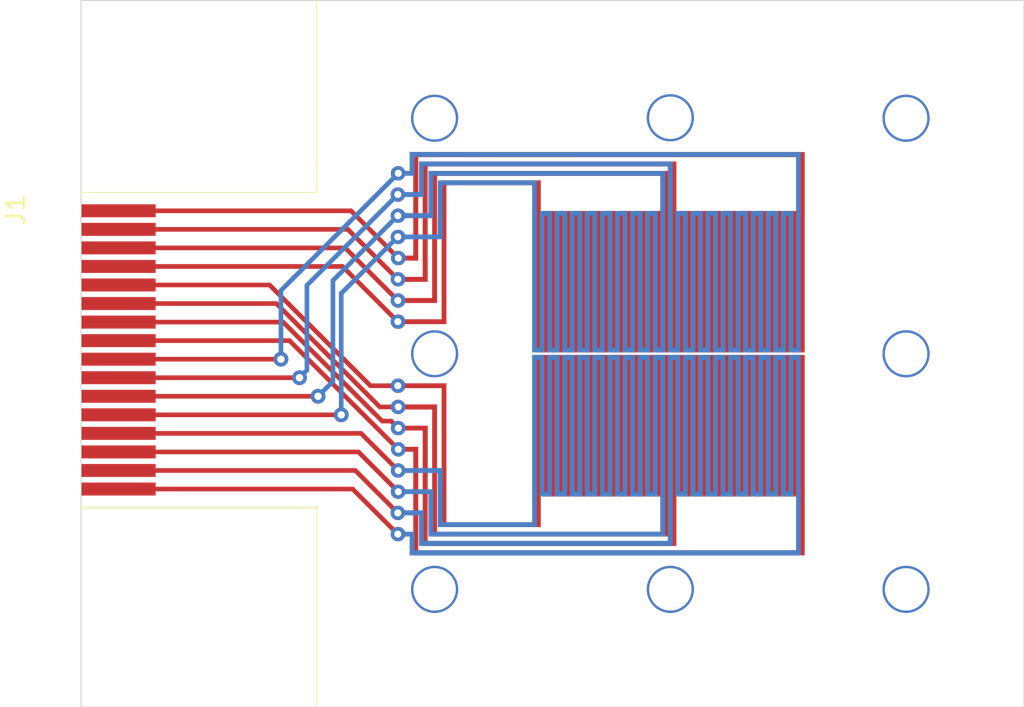
<source format=kicad_pcb>
(kicad_pcb (version 20171130) (host pcbnew "(5.1.4)-1")

  (general
    (thickness 1.6)
    (drawings 12)
    (tracks 58)
    (zones 0)
    (modules 3)
    (nets 17)
  )

  (page A4)
  (layers
    (0 F.Cu signal)
    (31 B.Cu signal)
    (32 B.Adhes user)
    (33 F.Adhes user)
    (34 B.Paste user)
    (35 F.Paste user)
    (36 B.SilkS user)
    (37 F.SilkS user)
    (38 B.Mask user)
    (39 F.Mask user)
    (40 Dwgs.User user)
    (41 Cmts.User user)
    (42 Eco1.User user)
    (43 Eco2.User user)
    (44 Edge.Cuts user)
    (45 Margin user)
    (46 B.CrtYd user)
    (47 F.CrtYd user)
    (48 B.Fab user)
    (49 F.Fab user)
  )

  (setup
    (last_trace_width 0.25)
    (trace_clearance 0.2)
    (zone_clearance 0.508)
    (zone_45_only no)
    (trace_min 0.2)
    (via_size 0.8)
    (via_drill 0.4)
    (via_min_size 0.4)
    (via_min_drill 0.3)
    (uvia_size 0.3)
    (uvia_drill 0.1)
    (uvias_allowed no)
    (uvia_min_size 0.2)
    (uvia_min_drill 0.1)
    (edge_width 0.05)
    (segment_width 0.2)
    (pcb_text_width 0.3)
    (pcb_text_size 1.5 1.5)
    (mod_edge_width 0.12)
    (mod_text_size 1 1)
    (mod_text_width 0.15)
    (pad_size 1.524 1.524)
    (pad_drill 0.762)
    (pad_to_mask_clearance 0.051)
    (solder_mask_min_width 0.25)
    (aux_axis_origin 0 0)
    (visible_elements 7FFFFFFF)
    (pcbplotparams
      (layerselection 0x010fc_ffffffff)
      (usegerberextensions false)
      (usegerberattributes false)
      (usegerberadvancedattributes false)
      (creategerberjobfile false)
      (excludeedgelayer true)
      (linewidth 0.100000)
      (plotframeref false)
      (viasonmask false)
      (mode 1)
      (useauxorigin false)
      (hpglpennumber 1)
      (hpglpenspeed 20)
      (hpglpendiameter 15.000000)
      (psnegative false)
      (psa4output false)
      (plotreference true)
      (plotvalue true)
      (plotinvisibletext false)
      (padsonsilk false)
      (subtractmaskfromsilk false)
      (outputformat 1)
      (mirror false)
      (drillshape 1)
      (scaleselection 1)
      (outputdirectory ""))
  )

  (net 0 "")
  (net 1 "Net-(J1-Pad8)")
  (net 2 "Net-(J1-Pad7)")
  (net 3 "Net-(J1-Pad6)")
  (net 4 "Net-(J1-Pad5)")
  (net 5 "Net-(J1-Pad4)")
  (net 6 "Net-(J1-Pad3)")
  (net 7 "Net-(J1-Pad2)")
  (net 8 "Net-(J1-Pad1)")
  (net 9 "Net-(J1-Pad9)")
  (net 10 "Net-(J1-Pad10)")
  (net 11 "Net-(J1-Pad11)")
  (net 12 "Net-(J1-Pad12)")
  (net 13 "Net-(J1-Pad13)")
  (net 14 "Net-(J1-Pad14)")
  (net 15 "Net-(J1-Pad15)")
  (net 16 "Net-(J1-Pad16)")

  (net_class Default "This is the default net class."
    (clearance 0.2)
    (trace_width 0.25)
    (via_dia 0.8)
    (via_drill 0.4)
    (uvia_dia 0.3)
    (uvia_drill 0.1)
    (add_net "Net-(J1-Pad1)")
    (add_net "Net-(J1-Pad10)")
    (add_net "Net-(J1-Pad11)")
    (add_net "Net-(J1-Pad12)")
    (add_net "Net-(J1-Pad13)")
    (add_net "Net-(J1-Pad14)")
    (add_net "Net-(J1-Pad15)")
    (add_net "Net-(J1-Pad16)")
    (add_net "Net-(J1-Pad2)")
    (add_net "Net-(J1-Pad3)")
    (add_net "Net-(J1-Pad4)")
    (add_net "Net-(J1-Pad5)")
    (add_net "Net-(J1-Pad6)")
    (add_net "Net-(J1-Pad7)")
    (add_net "Net-(J1-Pad8)")
    (add_net "Net-(J1-Pad9)")
  )

  (module "Coil Library:coil_design_6mil_nonneg" (layer F.Cu) (tedit 5D83B7DF) (tstamp 5D83C89B)
    (at 151.12746 92.70492)
    (path /5D83BB02)
    (fp_text reference J2 (at 0 0) (layer F.Cu) hide
      (effects (font (size 1.524 1.524) (thickness 0.3)))
    )
    (fp_text value Conn_01x08_Female (at 0.75 0) (layer F.Cu) hide
      (effects (font (size 1.524 1.524) (thickness 0.3)))
    )
    (fp_poly (pts (xy -6.287782 11.685264) (xy -6.241279 11.685897) (xy -6.20505 11.687304) (xy -6.175767 11.689771)
      (xy -6.150105 11.693588) (xy -6.124736 11.69904) (xy -6.096335 11.706415) (xy -6.093969 11.707059)
      (xy -5.968763 11.748892) (xy -5.854036 11.803514) (xy -5.748201 11.871841) (xy -5.649674 11.954787)
      (xy -5.628012 11.975896) (xy -5.541596 12.072975) (xy -5.470008 12.176999) (xy -5.412334 12.289554)
      (xy -5.367659 12.412225) (xy -5.359176 12.441852) (xy -5.351643 12.470619) (xy -5.346056 12.4961)
      (xy -5.342126 12.521624) (xy -5.339566 12.550516) (xy -5.33809 12.586104) (xy -5.337408 12.631713)
      (xy -5.337234 12.69067) (xy -5.337233 12.695768) (xy -5.337381 12.75587) (xy -5.338014 12.802373)
      (xy -5.33942 12.838602) (xy -5.341888 12.867885) (xy -5.345704 12.893547) (xy -5.351156 12.918916)
      (xy -5.358532 12.947317) (xy -5.359176 12.949683) (xy -5.401578 13.07475) (xy -5.457741 13.191479)
      (xy -5.526646 13.298926) (xy -5.607277 13.396144) (xy -5.698614 13.482188) (xy -5.799641 13.556114)
      (xy -5.909339 13.616975) (xy -6.02669 13.663828) (xy -6.150677 13.695726) (xy -6.165454 13.698417)
      (xy -6.219648 13.705198) (xy -6.284635 13.709177) (xy -6.354826 13.710362) (xy -6.424629 13.708759)
      (xy -6.488455 13.704378) (xy -6.537007 13.697914) (xy -6.66062 13.667209) (xy -6.777853 13.621491)
      (xy -6.88763 13.561826) (xy -6.988872 13.489277) (xy -7.080501 13.40491) (xy -7.161438 13.309787)
      (xy -7.230607 13.204974) (xy -7.286928 13.091535) (xy -7.329324 12.970534) (xy -7.346897 12.898338)
      (xy -7.357383 12.827759) (xy -7.362649 12.747369) (xy -7.362822 12.662518) (xy -7.35803 12.578554)
      (xy -7.348399 12.500827) (xy -7.336028 12.441852) (xy -7.294768 12.316764) (xy -7.239832 12.201341)
      (xy -7.170541 12.094405) (xy -7.086216 11.994778) (xy -7.067756 11.975896) (xy -6.970677 11.88948)
      (xy -6.866653 11.817892) (xy -6.754098 11.760217) (xy -6.631427 11.715542) (xy -6.6018 11.707059)
      (xy -6.573033 11.699527) (xy -6.547552 11.693939) (xy -6.522028 11.690009) (xy -6.493136 11.68745)
      (xy -6.457548 11.685973) (xy -6.411939 11.685291) (xy -6.352982 11.685117) (xy -6.347884 11.685117)
      (xy -6.287782 11.685264)) (layer F.Cu) (width 0.01))
    (fp_poly (pts (xy 6.407986 11.685264) (xy 6.454489 11.685897) (xy 6.490718 11.687304) (xy 6.520001 11.689771)
      (xy 6.545663 11.693588) (xy 6.571032 11.69904) (xy 6.599433 11.706415) (xy 6.601799 11.707059)
      (xy 6.727005 11.748892) (xy 6.841732 11.803514) (xy 6.947567 11.871841) (xy 7.046094 11.954787)
      (xy 7.067756 11.975896) (xy 7.154172 12.072975) (xy 7.22576 12.176999) (xy 7.283434 12.289554)
      (xy 7.32811 12.412225) (xy 7.336592 12.441852) (xy 7.344125 12.470619) (xy 7.349712 12.4961)
      (xy 7.353642 12.521624) (xy 7.356202 12.550516) (xy 7.357679 12.586104) (xy 7.35836 12.631713)
      (xy 7.358534 12.69067) (xy 7.358535 12.695768) (xy 7.358388 12.75587) (xy 7.357754 12.802373)
      (xy 7.356348 12.838602) (xy 7.35388 12.867885) (xy 7.350064 12.893547) (xy 7.344612 12.918916)
      (xy 7.337236 12.947317) (xy 7.336592 12.949683) (xy 7.29419 13.07475) (xy 7.238027 13.191479)
      (xy 7.169122 13.298926) (xy 7.088491 13.396144) (xy 6.997154 13.482188) (xy 6.896127 13.556114)
      (xy 6.786429 13.616975) (xy 6.669078 13.663828) (xy 6.545091 13.695726) (xy 6.530314 13.698417)
      (xy 6.47612 13.705198) (xy 6.411133 13.709177) (xy 6.340942 13.710362) (xy 6.271139 13.708759)
      (xy 6.207313 13.704378) (xy 6.158761 13.697914) (xy 6.035149 13.667209) (xy 5.917915 13.621491)
      (xy 5.808138 13.561826) (xy 5.706896 13.489277) (xy 5.615268 13.40491) (xy 5.53433 13.309787)
      (xy 5.465162 13.204974) (xy 5.40884 13.091535) (xy 5.366444 12.970534) (xy 5.348871 12.898338)
      (xy 5.338385 12.827759) (xy 5.333119 12.747369) (xy 5.332946 12.662518) (xy 5.337738 12.578554)
      (xy 5.347369 12.500827) (xy 5.359741 12.441852) (xy 5.401 12.316764) (xy 5.455936 12.201341)
      (xy 5.525227 12.094405) (xy 5.609552 11.994778) (xy 5.628012 11.975896) (xy 5.725091 11.88948)
      (xy 5.829115 11.817892) (xy 5.94167 11.760217) (xy 6.064341 11.715542) (xy 6.093968 11.707059)
      (xy 6.122735 11.699527) (xy 6.148216 11.693939) (xy 6.17374 11.690009) (xy 6.202632 11.68745)
      (xy 6.23822 11.685973) (xy 6.283829 11.685291) (xy 6.342786 11.685117) (xy 6.347884 11.685117)
      (xy 6.407986 11.685264)) (layer F.Cu) (width 0.01))
    (fp_poly (pts (xy 19.103754 11.685264) (xy 19.150257 11.685897) (xy 19.186486 11.687304) (xy 19.215769 11.689771)
      (xy 19.241431 11.693588) (xy 19.2668 11.69904) (xy 19.295201 11.706415) (xy 19.297567 11.707059)
      (xy 19.422773 11.748892) (xy 19.537501 11.803514) (xy 19.643335 11.871841) (xy 19.741862 11.954787)
      (xy 19.763524 11.975896) (xy 19.84994 12.072975) (xy 19.921528 12.176999) (xy 19.979202 12.289554)
      (xy 20.023878 12.412225) (xy 20.03236 12.441852) (xy 20.039893 12.470619) (xy 20.04548 12.4961)
      (xy 20.04941 12.521624) (xy 20.05197 12.550516) (xy 20.053447 12.586104) (xy 20.054128 12.631713)
      (xy 20.054302 12.69067) (xy 20.054303 12.695768) (xy 20.054156 12.75587) (xy 20.053522 12.802373)
      (xy 20.052116 12.838602) (xy 20.049648 12.867885) (xy 20.045832 12.893547) (xy 20.04038 12.918916)
      (xy 20.033004 12.947317) (xy 20.03236 12.949683) (xy 19.989958 13.07475) (xy 19.933795 13.191479)
      (xy 19.86489 13.298926) (xy 19.784259 13.396144) (xy 19.692922 13.482188) (xy 19.591895 13.556114)
      (xy 19.482197 13.616975) (xy 19.364846 13.663828) (xy 19.240859 13.695726) (xy 19.226082 13.698417)
      (xy 19.171888 13.705198) (xy 19.106901 13.709177) (xy 19.03671 13.710362) (xy 18.966907 13.708759)
      (xy 18.903081 13.704378) (xy 18.854529 13.697914) (xy 18.730917 13.667209) (xy 18.613683 13.621491)
      (xy 18.503906 13.561826) (xy 18.402664 13.489277) (xy 18.311036 13.40491) (xy 18.230098 13.309787)
      (xy 18.16093 13.204974) (xy 18.104608 13.091535) (xy 18.062212 12.970534) (xy 18.044639 12.898338)
      (xy 18.034153 12.827759) (xy 18.028887 12.747369) (xy 18.028714 12.662518) (xy 18.033506 12.578554)
      (xy 18.043137 12.500827) (xy 18.055509 12.441852) (xy 18.096768 12.316764) (xy 18.151704 12.201341)
      (xy 18.220995 12.094405) (xy 18.305321 11.994778) (xy 18.32378 11.975896) (xy 18.420859 11.88948)
      (xy 18.524883 11.817892) (xy 18.637439 11.760217) (xy 18.760109 11.715542) (xy 18.789736 11.707059)
      (xy 18.818503 11.699527) (xy 18.843985 11.693939) (xy 18.869508 11.690009) (xy 18.8984 11.68745)
      (xy 18.933988 11.685973) (xy 18.979597 11.685291) (xy 19.038554 11.685117) (xy 19.043652 11.685117)
      (xy 19.103754 11.685264)) (layer F.Cu) (width 0.01))
    (fp_poly (pts (xy 7.084238 7.43972) (xy 7.236587 7.43972) (xy 7.236587 0.076174) (xy 7.896767 0.076174)
      (xy 7.896767 7.43972) (xy 8.049117 7.43972) (xy 8.049117 0.076174) (xy 8.709297 0.076174)
      (xy 8.709297 7.43972) (xy 8.861646 7.43972) (xy 8.861646 0.076174) (xy 9.521826 0.076174)
      (xy 9.521826 7.43972) (xy 9.674175 7.43972) (xy 9.674175 0.076174) (xy 10.334355 0.076174)
      (xy 10.334355 7.43972) (xy 10.486704 7.43972) (xy 10.486704 0.076174) (xy 11.146884 0.076174)
      (xy 11.146884 7.43972) (xy 11.299233 7.43972) (xy 11.299233 0.076174) (xy 11.959413 0.076174)
      (xy 11.959413 7.43972) (xy 12.111762 7.43972) (xy 12.111762 0.076174) (xy 12.771942 0.076174)
      (xy 12.771942 7.43972) (xy 12.924292 7.43972) (xy 12.924292 0.076174) (xy 13.584471 0.076174)
      (xy 13.584471 10.867577) (xy -7.490504 10.867577) (xy -7.490504 5.281439) (xy -7.937101 5.281439)
      (xy -7.959343 5.3269) (xy -8.000984 5.393185) (xy -8.055434 5.448893) (xy -8.121548 5.493033)
      (xy -8.18099 5.518974) (xy -8.208623 5.527404) (xy -8.235925 5.53234) (xy -8.26829 5.534353)
      (xy -8.311111 5.534014) (xy -8.320567 5.53374) (xy -8.362248 5.53203) (xy -8.392541 5.529142)
      (xy -8.416985 5.523842) (xy -8.441119 5.514901) (xy -8.470482 5.501085) (xy -8.472991 5.499847)
      (xy -8.543164 5.456457) (xy -8.600869 5.402191) (xy -8.645302 5.33802) (xy -8.675655 5.264914)
      (xy -8.679395 5.25152) (xy -8.691648 5.172802) (xy -8.687833 5.095847) (xy -8.66881 5.022496)
      (xy -8.635441 4.954592) (xy -8.588583 4.893977) (xy -8.529098 4.842494) (xy -8.472824 4.809034)
      (xy -8.446135 4.796107) (xy -8.424983 4.787359) (xy -8.404937 4.781975) (xy -8.381568 4.779137)
      (xy -8.350446 4.778031) (xy -8.307142 4.77784) (xy -8.303472 4.77784) (xy -8.258894 4.778026)
      (xy -8.22686 4.779092) (xy -8.202988 4.781807) (xy -8.182896 4.786937) (xy -8.1622 4.795248)
      (xy -8.137988 4.806789) (xy -8.079279 4.842826) (xy -8.025859 4.889571) (xy -7.982074 4.942785)
      (xy -7.960173 4.980195) (xy -7.935792 5.0302) (xy -7.58619 5.024429) (xy -7.236588 5.018657)
      (xy -7.236588 10.605198) (xy 13.330556 10.605198) (xy 13.330556 0.33009) (xy 13.178207 0.33009)
      (xy 13.178207 7.693635) (xy 12.518027 7.693635) (xy 12.518027 0.33009) (xy 12.365678 0.33009)
      (xy 12.365678 7.693635) (xy 11.705498 7.693635) (xy 11.705498 0.33009) (xy 11.553149 0.33009)
      (xy 11.553149 7.693635) (xy 10.892969 7.693635) (xy 10.892969 0.33009) (xy 10.740619 0.33009)
      (xy 10.740619 7.693635) (xy 10.08044 7.693635) (xy 10.08044 0.33009) (xy 9.92809 0.33009)
      (xy 9.92809 7.693635) (xy 9.26791 7.693635) (xy 9.26791 0.33009) (xy 9.115561 0.33009)
      (xy 9.115561 7.693635) (xy 8.455381 7.693635) (xy 8.455381 0.33009) (xy 8.303032 0.33009)
      (xy 8.303032 7.693635) (xy 7.642852 7.693635) (xy 7.642852 0.33009) (xy 7.490503 0.33009)
      (xy 7.490503 7.693635) (xy 6.830323 7.693635) (xy 6.830323 0.33009) (xy 6.677974 0.33009)
      (xy 6.677974 10.359746) (xy -6.982673 10.359746) (xy -6.982673 4.13882) (xy -7.947266 4.13882)
      (xy -7.969568 4.183255) (xy -8.012828 4.252003) (xy -8.066654 4.307756) (xy -8.130142 4.349965)
      (xy -8.202387 4.378084) (xy -8.282482 4.391564) (xy -8.315728 4.392735) (xy -8.394632 4.386168)
      (xy -8.465966 4.365778) (xy -8.533253 4.330533) (xy -8.537684 4.327628) (xy -8.587143 4.287983)
      (xy -8.628336 4.239115) (xy -8.664177 4.177475) (xy -8.668773 4.167963) (xy -8.68089 4.141388)
      (xy -8.688863 4.119575) (xy -8.693556 4.097683) (xy -8.695832 4.070871) (xy -8.696554 4.034297)
      (xy -8.696601 4.011862) (xy -8.696319 3.968886) (xy -8.694897 3.937994) (xy -8.691471 3.914346)
      (xy -8.68518 3.893099) (xy -8.675159 3.869413) (xy -8.668773 3.855761) (xy -8.634285 3.793382)
      (xy -8.594998 3.743808) (xy -8.547544 3.702977) (xy -8.53479 3.694176) (xy -8.470038 3.65924)
      (xy -8.401125 3.638555) (xy -8.324361 3.631055) (xy -8.315728 3.630989) (xy -8.232678 3.638567)
      (xy -8.157264 3.660963) (xy -8.090322 3.697671) (xy -8.032689 3.748183) (xy -7.985203 3.811995)
      (xy -7.969568 3.840469) (xy -7.947266 3.884905) (xy -7.335896 3.884904) (xy -6.724526 3.884904)
      (xy -6.726973 6.995367) (xy -6.729421 10.105831) (xy 6.424058 10.105831) (xy 6.424058 0.076174)
      (xy 7.084238 0.076174) (xy 7.084238 7.43972)) (layer F.Cu) (width 0.01))
    (fp_poly (pts (xy -8.237929 9.350267) (xy -8.168368 9.369524) (xy -8.103353 9.402919) (xy -8.096666 9.407272)
      (xy -8.046795 9.446633) (xy -8.005884 9.493778) (xy -7.970567 9.55277) (xy -7.962684 9.568857)
      (xy -7.950567 9.595432) (xy -7.942594 9.617245) (xy -7.937901 9.639137) (xy -7.935625 9.665949)
      (xy -7.934903 9.702523) (xy -7.934855 9.724958) (xy -7.935138 9.767934) (xy -7.93656 9.798826)
      (xy -7.939986 9.822475) (xy -7.946277 9.843721) (xy -7.956298 9.867407) (xy -7.962684 9.881059)
      (xy -8.003634 9.952003) (xy -8.053184 10.008905) (xy -8.112751 10.053049) (xy -8.183753 10.085723)
      (xy -8.191076 10.088254) (xy -8.248917 10.101438) (xy -8.313973 10.106039) (xy -8.379185 10.102066)
      (xy -8.437497 10.089529) (xy -8.442269 10.087945) (xy -8.514291 10.055731) (xy -8.574796 10.012065)
      (xy -8.625141 9.955709) (xy -8.666684 9.885423) (xy -8.668773 9.881059) (xy -8.68089 9.854484)
      (xy -8.688863 9.832671) (xy -8.693556 9.810779) (xy -8.695832 9.783967) (xy -8.696554 9.747393)
      (xy -8.696601 9.724958) (xy -8.696319 9.681982) (xy -8.694897 9.65109) (xy -8.691471 9.627441)
      (xy -8.68518 9.606195) (xy -8.675159 9.582509) (xy -8.668773 9.568857) (xy -8.634285 9.506478)
      (xy -8.594998 9.456904) (xy -8.547544 9.416072) (xy -8.53479 9.407272) (xy -8.470038 9.372336)
      (xy -8.401125 9.351651) (xy -8.324361 9.344151) (xy -8.315728 9.344085) (xy -8.237929 9.350267)) (layer F.Cu) (width 0.01))
    (fp_poly (pts (xy -0.228524 7.43972) (xy -0.076175 7.43972) (xy -0.076175 0.076174) (xy 0.584005 0.076174)
      (xy 0.584005 7.43972) (xy 0.736354 7.43972) (xy 0.736354 0.076174) (xy 1.396534 0.076174)
      (xy 1.396534 7.43972) (xy 1.548883 7.43972) (xy 1.548883 0.076174) (xy 2.209063 0.076174)
      (xy 2.209063 7.43972) (xy 2.361413 7.43972) (xy 2.361413 0.076174) (xy 3.021592 0.076174)
      (xy 3.021592 7.43972) (xy 3.173942 7.43972) (xy 3.173942 0.076174) (xy 3.834122 0.076174)
      (xy 3.834122 7.43972) (xy 3.986471 7.43972) (xy 3.986471 0.076174) (xy 4.646651 0.076174)
      (xy 4.646651 7.43972) (xy 4.799 7.43972) (xy 4.799 0.076174) (xy 5.45918 0.076174)
      (xy 5.45918 7.43972) (xy 5.611529 7.43972) (xy 5.611529 0.076174) (xy 6.271709 0.076174)
      (xy 6.271709 9.851916) (xy -6.474842 9.851916) (xy -6.474842 3.004665) (xy -7.953444 3.004665)
      (xy -7.969541 3.040414) (xy -8.006578 3.103153) (xy -8.055239 3.155573) (xy -8.113312 3.197113)
      (xy -8.178589 3.227208) (xy -8.248858 3.245298) (xy -8.321909 3.250819) (xy -8.395533 3.243209)
      (xy -8.467518 3.221906) (xy -8.535655 3.186346) (xy -8.537684 3.185009) (xy -8.587143 3.145364)
      (xy -8.628336 3.096496) (xy -8.664177 3.034856) (xy -8.668773 3.025344) (xy -8.68089 2.998769)
      (xy -8.688863 2.976956) (xy -8.693556 2.955064) (xy -8.695832 2.928252) (xy -8.696554 2.891678)
      (xy -8.696601 2.869243) (xy -8.696319 2.826267) (xy -8.694897 2.795375) (xy -8.691471 2.771727)
      (xy -8.68518 2.75048) (xy -8.675159 2.726794) (xy -8.668773 2.713142) (xy -8.634285 2.650763)
      (xy -8.594998 2.601189) (xy -8.547544 2.560358) (xy -8.53479 2.551557) (xy -8.470038 2.516621)
      (xy -8.401125 2.495936) (xy -8.324361 2.488436) (xy -8.315728 2.48837) (xy -8.232678 2.495948)
      (xy -8.157264 2.518344) (xy -8.090322 2.555052) (xy -8.032689 2.605564) (xy -7.985203 2.669375)
      (xy -7.969568 2.69785) (xy -7.947266 2.742286) (xy -6.220927 2.742286) (xy -6.220927 9.598)
      (xy 6.017794 9.598) (xy 6.017794 0.33009) (xy 5.865445 0.33009) (xy 5.865445 7.693635)
      (xy 5.205265 7.693635) (xy 5.205265 0.33009) (xy 5.052915 0.33009) (xy 5.052915 7.693635)
      (xy 4.392735 7.693635) (xy 4.392735 0.33009) (xy 4.240386 0.33009) (xy 4.240386 7.693635)
      (xy 3.580206 7.693635) (xy 3.580206 0.33009) (xy 3.427857 0.33009) (xy 3.427857 7.693635)
      (xy 2.767677 7.693635) (xy 2.767677 0.33009) (xy 2.615328 0.33009) (xy 2.615328 7.693635)
      (xy 1.955148 7.693635) (xy 1.955148 0.33009) (xy 1.802799 0.33009) (xy 1.802799 7.693635)
      (xy 1.142619 7.693635) (xy 1.142619 0.33009) (xy 0.99027 0.33009) (xy 0.99027 7.693635)
      (xy 0.33009 7.693635) (xy 0.33009 0.33009) (xy 0.17774 0.33009) (xy 0.17774 7.693635)
      (xy -0.48244 7.693635) (xy -0.48244 0.33009) (xy -0.634789 0.33009) (xy -0.634789 9.344085)
      (xy -5.967011 9.344085) (xy -5.967011 1.853582) (xy -7.947266 1.853582) (xy -7.969568 1.898017)
      (xy -8.012828 1.966765) (xy -8.066654 2.022517) (xy -8.130142 2.064727) (xy -8.202387 2.092846)
      (xy -8.282482 2.106326) (xy -8.315728 2.107497) (xy -8.394632 2.10093) (xy -8.465966 2.08054)
      (xy -8.533253 2.045295) (xy -8.537684 2.04239) (xy -8.587143 2.002744) (xy -8.628336 1.953877)
      (xy -8.664177 1.892237) (xy -8.668773 1.882725) (xy -8.68089 1.85615) (xy -8.688863 1.834337)
      (xy -8.693556 1.812445) (xy -8.695832 1.785633) (xy -8.696554 1.749059) (xy -8.696601 1.726624)
      (xy -8.696319 1.683648) (xy -8.694897 1.652756) (xy -8.691471 1.629107) (xy -8.68518 1.607861)
      (xy -8.675159 1.584175) (xy -8.668773 1.570523) (xy -8.634285 1.508144) (xy -8.594998 1.45857)
      (xy -8.547544 1.417739) (xy -8.53479 1.408938) (xy -8.470038 1.374002) (xy -8.401125 1.353317)
      (xy -8.324361 1.345817) (xy -8.315728 1.345751) (xy -8.232678 1.353329) (xy -8.157264 1.375725)
      (xy -8.090322 1.412433) (xy -8.032689 1.462945) (xy -7.985203 1.526756) (xy -7.969568 1.555231)
      (xy -7.947266 1.599666) (xy -5.713096 1.599666) (xy -5.713096 9.09017) (xy -0.888704 9.09017)
      (xy -0.888704 0.076174) (xy -0.228524 0.076174) (xy -0.228524 7.43972)) (layer F.Cu) (width 0.01))
    (fp_poly (pts (xy -8.320346 8.202806) (xy -8.31089 8.20308) (xy -8.269209 8.20479) (xy -8.238915 8.207679)
      (xy -8.214472 8.212978) (xy -8.190338 8.22192) (xy -8.160975 8.235735) (xy -8.158466 8.236974)
      (xy -8.088293 8.280364) (xy -8.030587 8.334629) (xy -7.986155 8.3988) (xy -7.955802 8.471906)
      (xy -7.952062 8.485301) (xy -7.93981 8.564017) (xy -7.943625 8.640972) (xy -7.962647 8.714323)
      (xy -7.996016 8.782228) (xy -8.042871 8.842842) (xy -8.102353 8.894325) (xy -8.158618 8.927779)
      (xy -8.187636 8.941637) (xy -8.210993 8.950752) (xy -8.233886 8.956231) (xy -8.261516 8.959179)
      (xy -8.299083 8.960701) (xy -8.315274 8.961096) (xy -8.35992 8.961583) (xy -8.392763 8.960258)
      (xy -8.418884 8.956514) (xy -8.443365 8.949747) (xy -8.459708 8.943858) (xy -8.532763 8.908274)
      (xy -8.593846 8.861258) (xy -8.644206 8.801661) (xy -8.678106 8.743152) (xy -8.689385 8.719304)
      (xy -8.696981 8.699408) (xy -8.701621 8.679133) (xy -8.704031 8.654151) (xy -8.704937 8.620131)
      (xy -8.705065 8.582339) (xy -8.704856 8.53767) (xy -8.703741 8.505588) (xy -8.700988 8.481751)
      (xy -8.695866 8.461819) (xy -8.687642 8.44145) (xy -8.677856 8.42094) (xy -8.634772 8.349976)
      (xy -8.581243 8.292252) (xy -8.516704 8.247263) (xy -8.450467 8.217846) (xy -8.422834 8.209416)
      (xy -8.395532 8.20448) (xy -8.363167 8.202467) (xy -8.320346 8.202806)) (layer F.Cu) (width 0.01))
    (fp_poly (pts (xy -8.235141 7.065828) (xy -8.160042 7.088688) (xy -8.093773 7.123954) (xy -8.044314 7.163599)
      (xy -8.003121 7.212467) (xy -7.96728 7.274107) (xy -7.962684 7.283619) (xy -7.950567 7.310194)
      (xy -7.942594 7.332007) (xy -7.937901 7.353899) (xy -7.935625 7.380711) (xy -7.934903 7.417285)
      (xy -7.934855 7.43972) (xy -7.935138 7.482696) (xy -7.93656 7.513588) (xy -7.939986 7.537236)
      (xy -7.946277 7.558483) (xy -7.956298 7.582169) (xy -7.962684 7.595821) (xy -8.003634 7.666765)
      (xy -8.053184 7.723666) (xy -8.112751 7.767811) (xy -8.183753 7.800485) (xy -8.191076 7.803016)
      (xy -8.248917 7.8162) (xy -8.313973 7.820801) (xy -8.379185 7.816828) (xy -8.437497 7.80429)
      (xy -8.442269 7.802707) (xy -8.514291 7.770492) (xy -8.574796 7.726827) (xy -8.625141 7.670471)
      (xy -8.666684 7.600185) (xy -8.668773 7.595821) (xy -8.68089 7.569246) (xy -8.688863 7.547433)
      (xy -8.693556 7.525541) (xy -8.695832 7.498729) (xy -8.696554 7.462155) (xy -8.696601 7.43972)
      (xy -8.696319 7.396744) (xy -8.694897 7.365852) (xy -8.691471 7.342203) (xy -8.68518 7.320956)
      (xy -8.675159 7.297271) (xy -8.668773 7.283619) (xy -8.634285 7.22124) (xy -8.594998 7.171665)
      (xy -8.547544 7.130834) (xy -8.53479 7.122034) (xy -8.465418 7.085811) (xy -8.390543 7.064377)
      (xy -8.31288 7.05772) (xy -8.235141 7.065828)) (layer F.Cu) (width 0.01))
    (fp_poly (pts (xy -8.235141 5.923209) (xy -8.160042 5.946069) (xy -8.093773 5.981335) (xy -8.044314 6.02098)
      (xy -8.003121 6.069847) (xy -7.96728 6.131488) (xy -7.962684 6.141) (xy -7.950567 6.167575)
      (xy -7.942594 6.189388) (xy -7.937901 6.21128) (xy -7.935625 6.238092) (xy -7.934903 6.274665)
      (xy -7.934855 6.297101) (xy -7.935138 6.340077) (xy -7.93656 6.370969) (xy -7.939986 6.394617)
      (xy -7.946277 6.415864) (xy -7.956298 6.43955) (xy -7.962684 6.453201) (xy -8.003634 6.524146)
      (xy -8.053184 6.581047) (xy -8.112751 6.625192) (xy -8.183753 6.657866) (xy -8.191076 6.660397)
      (xy -8.248917 6.673581) (xy -8.313973 6.678182) (xy -8.379185 6.674209) (xy -8.437497 6.661671)
      (xy -8.442269 6.660088) (xy -8.514291 6.627873) (xy -8.574796 6.584208) (xy -8.625141 6.527852)
      (xy -8.666684 6.457566) (xy -8.668773 6.453201) (xy -8.68089 6.426627) (xy -8.688863 6.404814)
      (xy -8.693556 6.382922) (xy -8.695832 6.356109) (xy -8.696554 6.319536) (xy -8.696601 6.297101)
      (xy -8.696319 6.254124) (xy -8.694897 6.223233) (xy -8.691471 6.199584) (xy -8.68518 6.178337)
      (xy -8.675159 6.154651) (xy -8.668773 6.141) (xy -8.634285 6.078621) (xy -8.594998 6.029046)
      (xy -8.547544 5.988215) (xy -8.53479 5.979415) (xy -8.465418 5.943192) (xy -8.390543 5.921758)
      (xy -8.31288 5.915101) (xy -8.235141 5.923209)) (layer F.Cu) (width 0.01))
    (fp_poly (pts (xy -6.347884 -1.010554) (xy -6.287646 -1.010334) (xy -6.240998 -1.009633) (xy -6.204603 -1.008162)
      (xy -6.175126 -1.005632) (xy -6.149229 -1.001754) (xy -6.123578 -0.996239) (xy -6.094834 -0.988798)
      (xy -6.093969 -0.988564) (xy -5.968738 -0.946856) (xy -5.853784 -0.892118) (xy -5.747624 -0.823493)
      (xy -5.648776 -0.740128) (xy -5.628012 -0.719872) (xy -5.541596 -0.622793) (xy -5.470008 -0.518769)
      (xy -5.412334 -0.406214) (xy -5.367659 -0.283543) (xy -5.359176 -0.253916) (xy -5.351643 -0.225149)
      (xy -5.346056 -0.199668) (xy -5.342126 -0.174144) (xy -5.339566 -0.145252) (xy -5.33809 -0.109664)
      (xy -5.337408 -0.064055) (xy -5.337234 -0.005098) (xy -5.337233 0) (xy -5.337381 0.060102)
      (xy -5.338014 0.106605) (xy -5.33942 0.142834) (xy -5.341888 0.172117) (xy -5.345704 0.197779)
      (xy -5.351156 0.223148) (xy -5.358532 0.251549) (xy -5.359176 0.253915) (xy -5.401578 0.378982)
      (xy -5.457741 0.495711) (xy -5.526646 0.603158) (xy -5.607277 0.700376) (xy -5.698614 0.78642)
      (xy -5.799641 0.860346) (xy -5.909339 0.921207) (xy -6.02669 0.96806) (xy -6.150677 0.999958)
      (xy -6.165454 1.002649) (xy -6.21641 1.009083) (xy -6.27796 1.013072) (xy -6.344795 1.014606)
      (xy -6.411607 1.013676) (xy -6.473086 1.010273) (xy -6.523924 1.004387) (xy -6.530284 1.003293)
      (xy -6.65755 0.971984) (xy -6.777099 0.925647) (xy -6.889145 0.86417) (xy -6.993902 0.787439)
      (xy -7.067756 0.719872) (xy -7.154172 0.622792) (xy -7.22576 0.518768) (xy -7.283435 0.406213)
      (xy -7.32811 0.283542) (xy -7.336593 0.253915) (xy -7.344125 0.225149) (xy -7.349713 0.199667)
      (xy -7.353643 0.174143) (xy -7.356202 0.145251) (xy -7.357679 0.109664) (xy -7.358361 0.064054)
      (xy -7.358535 0.005097) (xy -7.358535 0) (xy -7.358388 -0.060103) (xy -7.357755 -0.106606)
      (xy -7.356348 -0.142835) (xy -7.353881 -0.172117) (xy -7.350065 -0.19778) (xy -7.344612 -0.223148)
      (xy -7.337237 -0.25155) (xy -7.336593 -0.253916) (xy -7.29476 -0.379122) (xy -7.240138 -0.493849)
      (xy -7.171811 -0.599684) (xy -7.088865 -0.698211) (xy -7.067756 -0.719872) (xy -6.970806 -0.806189)
      (xy -6.866926 -0.877713) (xy -6.754498 -0.935377) (xy -6.631902 -0.980115) (xy -6.6018 -0.988756)
      (xy -6.573099 -0.996296) (xy -6.547744 -1.001886) (xy -6.522413 -1.00581) (xy -6.493787 -1.008355)
      (xy -6.458545 -1.009805) (xy -6.413367 -1.010445) (xy -6.354931 -1.010561) (xy -6.347884 -1.010554)) (layer F.Cu) (width 0.01))
    (fp_poly (pts (xy 19.043652 -1.010554) (xy 19.10389 -1.010334) (xy 19.150539 -1.009633) (xy 19.186933 -1.008162)
      (xy 19.21641 -1.005632) (xy 19.242307 -1.001754) (xy 19.267959 -0.996239) (xy 19.296702 -0.988798)
      (xy 19.297567 -0.988564) (xy 19.422798 -0.946856) (xy 19.537752 -0.892118) (xy 19.643912 -0.823493)
      (xy 19.74276 -0.740128) (xy 19.763524 -0.719872) (xy 19.84994 -0.622793) (xy 19.921528 -0.518769)
      (xy 19.979202 -0.406214) (xy 20.023878 -0.283543) (xy 20.03236 -0.253916) (xy 20.039893 -0.225149)
      (xy 20.04548 -0.199668) (xy 20.04941 -0.174144) (xy 20.05197 -0.145252) (xy 20.053447 -0.109664)
      (xy 20.054128 -0.064055) (xy 20.054302 -0.005098) (xy 20.054303 0) (xy 20.054156 0.060102)
      (xy 20.053522 0.106605) (xy 20.052116 0.142834) (xy 20.049648 0.172117) (xy 20.045832 0.197779)
      (xy 20.04038 0.223148) (xy 20.033004 0.251549) (xy 20.03236 0.253915) (xy 19.989958 0.378982)
      (xy 19.933795 0.495711) (xy 19.86489 0.603158) (xy 19.784259 0.700376) (xy 19.692922 0.78642)
      (xy 19.591895 0.860346) (xy 19.482197 0.921207) (xy 19.364846 0.96806) (xy 19.240859 0.999958)
      (xy 19.226082 1.002649) (xy 19.175126 1.009083) (xy 19.113576 1.013072) (xy 19.046741 1.014606)
      (xy 18.979929 1.013676) (xy 18.91845 1.010273) (xy 18.867612 1.004387) (xy 18.861253 1.003293)
      (xy 18.733986 0.971984) (xy 18.614437 0.925647) (xy 18.502391 0.86417) (xy 18.397634 0.787439)
      (xy 18.32378 0.719872) (xy 18.237364 0.622792) (xy 18.165776 0.518768) (xy 18.108101 0.406213)
      (xy 18.063426 0.283542) (xy 18.054944 0.253915) (xy 18.047411 0.225149) (xy 18.041823 0.199667)
      (xy 18.037893 0.174143) (xy 18.035334 0.145251) (xy 18.033857 0.109664) (xy 18.033175 0.064054)
      (xy 18.033001 0.005097) (xy 18.033001 0) (xy 18.033148 -0.060103) (xy 18.033781 -0.106606)
      (xy 18.035188 -0.142835) (xy 18.037656 -0.172117) (xy 18.041472 -0.19778) (xy 18.046924 -0.223148)
      (xy 18.054299 -0.25155) (xy 18.054944 -0.253916) (xy 18.096776 -0.379122) (xy 18.151398 -0.493849)
      (xy 18.219725 -0.599684) (xy 18.302671 -0.698211) (xy 18.32378 -0.719872) (xy 18.42073 -0.806189)
      (xy 18.52461 -0.877713) (xy 18.637039 -0.935377) (xy 18.759634 -0.980115) (xy 18.789736 -0.988756)
      (xy 18.818437 -0.996296) (xy 18.843793 -1.001886) (xy 18.869123 -1.00581) (xy 18.897749 -1.008355)
      (xy 18.932991 -1.009805) (xy 18.978169 -1.010445) (xy 19.036605 -1.010561) (xy 19.043652 -1.010554)) (layer F.Cu) (width 0.01))
    (fp_poly (pts (xy 6.271709 -0.076175) (xy 5.611529 -0.076175) (xy 5.611529 -7.43972) (xy 5.45918 -7.43972)
      (xy 5.45918 -0.076175) (xy 4.799 -0.076175) (xy 4.799 -7.43972) (xy 4.646651 -7.43972)
      (xy 4.646651 -0.076175) (xy 3.986471 -0.076175) (xy 3.986471 -7.43972) (xy 3.834122 -7.43972)
      (xy 3.834122 -0.076175) (xy 3.173942 -0.076175) (xy 3.173942 -7.43972) (xy 3.021592 -7.43972)
      (xy 3.021592 -0.076175) (xy 2.361413 -0.076175) (xy 2.361413 -7.43972) (xy 2.209063 -7.43972)
      (xy 2.209063 -0.076175) (xy 1.548883 -0.076175) (xy 1.548883 -7.43972) (xy 1.396534 -7.43972)
      (xy 1.396534 -0.076175) (xy 0.736354 -0.076175) (xy 0.736354 -7.43972) (xy 0.584005 -7.43972)
      (xy 0.584005 -0.076175) (xy -0.076175 -0.076175) (xy -0.076175 -7.43972) (xy -0.228524 -7.43972)
      (xy -0.228524 -0.076175) (xy -0.888704 -0.076175) (xy -0.888704 -9.081706) (xy -5.713096 -9.081706)
      (xy -5.713096 -1.599667) (xy -7.947266 -1.599667) (xy -7.969568 -1.555232) (xy -8.012828 -1.486484)
      (xy -8.066654 -1.430732) (xy -8.130142 -1.388522) (xy -8.202387 -1.360403) (xy -8.282482 -1.346923)
      (xy -8.315728 -1.345752) (xy -8.394632 -1.352319) (xy -8.465966 -1.372709) (xy -8.533253 -1.407954)
      (xy -8.537684 -1.410859) (xy -8.587143 -1.450504) (xy -8.628336 -1.499372) (xy -8.664177 -1.561012)
      (xy -8.668773 -1.570524) (xy -8.68089 -1.597099) (xy -8.688863 -1.618912) (xy -8.693556 -1.640804)
      (xy -8.695832 -1.667616) (xy -8.696554 -1.70419) (xy -8.696601 -1.726625) (xy -8.696319 -1.769601)
      (xy -8.694897 -1.800493) (xy -8.691471 -1.824142) (xy -8.68518 -1.845388) (xy -8.675159 -1.869074)
      (xy -8.668773 -1.882726) (xy -8.634285 -1.945105) (xy -8.594998 -1.994679) (xy -8.547544 -2.03551)
      (xy -8.53479 -2.044311) (xy -8.470038 -2.079247) (xy -8.401125 -2.099932) (xy -8.324361 -2.107432)
      (xy -8.315728 -2.107498) (xy -8.232678 -2.09992) (xy -8.157264 -2.077524) (xy -8.090322 -2.040816)
      (xy -8.032689 -1.990304) (xy -7.985203 -1.926493) (xy -7.969568 -1.898018) (xy -7.947266 -1.853583)
      (xy -5.967011 -1.853583) (xy -5.967011 -9.344086) (xy -0.634789 -9.344086) (xy -0.634789 -0.33009)
      (xy -0.48244 -0.33009) (xy -0.48244 -7.693636) (xy 0.17774 -7.693636) (xy 0.17774 -0.33009)
      (xy 0.33009 -0.33009) (xy 0.33009 -7.693636) (xy 0.99027 -7.693636) (xy 0.99027 -0.33009)
      (xy 1.142619 -0.33009) (xy 1.142619 -7.693636) (xy 1.802799 -7.693636) (xy 1.802799 -0.33009)
      (xy 1.955148 -0.33009) (xy 1.955148 -7.693636) (xy 2.615328 -7.693636) (xy 2.615328 -0.33009)
      (xy 2.767677 -0.33009) (xy 2.767677 -7.693636) (xy 3.427857 -7.693636) (xy 3.427857 -0.33009)
      (xy 3.580206 -0.33009) (xy 3.580206 -7.693636) (xy 4.240386 -7.693636) (xy 4.240386 -0.33009)
      (xy 4.392735 -0.33009) (xy 4.392735 -7.693636) (xy 5.052915 -7.693636) (xy 5.052915 -0.33009)
      (xy 5.205265 -0.33009) (xy 5.205265 -7.693636) (xy 5.865445 -7.693636) (xy 5.865445 -0.33009)
      (xy 6.017794 -0.33009) (xy 6.017794 -9.589537) (xy -6.220927 -9.589537) (xy -6.220927 -2.742286)
      (xy -7.947266 -2.742286) (xy -7.969568 -2.697851) (xy -8.012828 -2.629103) (xy -8.066654 -2.573351)
      (xy -8.130142 -2.531141) (xy -8.202387 -2.503022) (xy -8.282482 -2.489542) (xy -8.315728 -2.488371)
      (xy -8.394632 -2.494938) (xy -8.465966 -2.515328) (xy -8.533253 -2.550573) (xy -8.537684 -2.553478)
      (xy -8.587143 -2.593124) (xy -8.628336 -2.641991) (xy -8.664177 -2.703631) (xy -8.668773 -2.713143)
      (xy -8.68089 -2.739718) (xy -8.688863 -2.761531) (xy -8.693556 -2.783423) (xy -8.695832 -2.810235)
      (xy -8.696554 -2.846809) (xy -8.696601 -2.869244) (xy -8.696319 -2.91222) (xy -8.694897 -2.943112)
      (xy -8.691471 -2.966761) (xy -8.68518 -2.988007) (xy -8.675159 -3.011693) (xy -8.668773 -3.025345)
      (xy -8.634285 -3.087724) (xy -8.594998 -3.137298) (xy -8.547544 -3.178129) (xy -8.53479 -3.18693)
      (xy -8.470038 -3.221866) (xy -8.401125 -3.242551) (xy -8.324361 -3.250051) (xy -8.315728 -3.250117)
      (xy -8.232678 -3.242539) (xy -8.157264 -3.220143) (xy -8.090322 -3.183435) (xy -8.032689 -3.132923)
      (xy -7.985203 -3.069112) (xy -7.969568 -3.040637) (xy -7.947266 -2.996202) (xy -6.474842 -2.996202)
      (xy -6.474842 -9.851916) (xy 6.271709 -9.851916) (xy 6.271709 -0.076175)) (layer F.Cu) (width 0.01))
    (fp_poly (pts (xy 13.584471 -0.076175) (xy 12.924292 -0.076175) (xy 12.924292 -7.43972) (xy 12.771942 -7.43972)
      (xy 12.771942 -0.076175) (xy 12.111762 -0.076175) (xy 12.111762 -7.43972) (xy 11.959413 -7.43972)
      (xy 11.959413 -0.076175) (xy 11.299233 -0.076175) (xy 11.299233 -7.43972) (xy 11.146884 -7.43972)
      (xy 11.146884 -0.076175) (xy 10.486704 -0.076175) (xy 10.486704 -7.43972) (xy 10.334355 -7.43972)
      (xy 10.334355 -0.076175) (xy 9.674175 -0.076175) (xy 9.674175 -7.43972) (xy 9.521826 -7.43972)
      (xy 9.521826 -0.076175) (xy 8.861646 -0.076175) (xy 8.861646 -7.43972) (xy 8.709297 -7.43972)
      (xy 8.709297 -0.076175) (xy 8.049117 -0.076175) (xy 8.049117 -7.43972) (xy 7.896767 -7.43972)
      (xy 7.896767 -0.076175) (xy 7.236587 -0.076175) (xy 7.236587 -7.43972) (xy 7.084238 -7.43972)
      (xy 7.084238 -0.076175) (xy 6.424058 -0.076175) (xy 6.424058 -10.097368) (xy -6.729418 -10.097368)
      (xy -6.728403 -6.989021) (xy -6.727388 -3.880673) (xy -7.340441 -3.878503) (xy -7.953494 -3.876332)
      (xy -7.969566 -3.840637) (xy -8.006595 -3.777918) (xy -8.055248 -3.725514) (xy -8.113317 -3.683987)
      (xy -8.178589 -3.653899) (xy -8.248854 -3.635814) (xy -8.321902 -3.630293) (xy -8.39552 -3.637899)
      (xy -8.4675 -3.659195) (xy -8.535629 -3.694743) (xy -8.537684 -3.696098) (xy -8.587143 -3.735743)
      (xy -8.628336 -3.78461) (xy -8.664177 -3.84625) (xy -8.668773 -3.855762) (xy -8.68089 -3.882337)
      (xy -8.688863 -3.90415) (xy -8.693556 -3.926042) (xy -8.695832 -3.952854) (xy -8.696554 -3.989428)
      (xy -8.696601 -4.011863) (xy -8.696319 -4.054839) (xy -8.694897 -4.085731) (xy -8.691471 -4.10938)
      (xy -8.68518 -4.130626) (xy -8.675159 -4.154312) (xy -8.668773 -4.167964) (xy -8.634285 -4.230343)
      (xy -8.594998 -4.279917) (xy -8.547544 -4.320749) (xy -8.53479 -4.329549) (xy -8.470038 -4.364485)
      (xy -8.401125 -4.38517) (xy -8.324361 -4.39267) (xy -8.315728 -4.392736) (xy -8.232678 -4.385158)
      (xy -8.157264 -4.362762) (xy -8.090322 -4.326055) (xy -8.032689 -4.275542) (xy -7.985203 -4.211731)
      (xy -7.969568 -4.183256) (xy -7.947266 -4.138821) (xy -6.982673 -4.138821) (xy -6.982673 -10.359747)
      (xy 6.677974 -10.359747) (xy 6.677974 -0.33009) (xy 6.830323 -0.33009) (xy 6.830323 -7.693636)
      (xy 7.490503 -7.693636) (xy 7.490503 -0.33009) (xy 7.642852 -0.33009) (xy 7.642852 -7.693636)
      (xy 8.303032 -7.693636) (xy 8.303032 -0.33009) (xy 8.455381 -0.33009) (xy 8.455381 -7.693636)
      (xy 9.115561 -7.693636) (xy 9.115561 -0.33009) (xy 9.26791 -0.33009) (xy 9.26791 -7.693636)
      (xy 9.92809 -7.693636) (xy 9.92809 -0.33009) (xy 10.08044 -0.33009) (xy 10.08044 -7.693636)
      (xy 10.740619 -7.693636) (xy 10.740619 -0.33009) (xy 10.892969 -0.33009) (xy 10.892969 -7.693636)
      (xy 11.553149 -7.693636) (xy 11.553149 -0.33009) (xy 11.705498 -0.33009) (xy 11.705498 -7.693636)
      (xy 12.365678 -7.693636) (xy 12.365678 -0.33009) (xy 12.518027 -0.33009) (xy 12.518027 -7.693636)
      (xy 13.178207 -7.693636) (xy 13.178207 -0.33009) (xy 13.330556 -0.33009) (xy 13.330556 -10.605199)
      (xy -7.236588 -10.605199) (xy -7.236588 -5.018658) (xy -7.58619 -5.024429) (xy -7.935792 -5.030201)
      (xy -7.958688 -4.983402) (xy -8.000683 -4.916283) (xy -8.055252 -4.860198) (xy -8.121503 -4.815923)
      (xy -8.18099 -4.78999) (xy -8.208623 -4.781559) (xy -8.235925 -4.776623) (xy -8.26829 -4.77461)
      (xy -8.311111 -4.77495) (xy -8.320567 -4.775224) (xy -8.362248 -4.776933) (xy -8.392541 -4.779822)
      (xy -8.416985 -4.785122) (xy -8.441119 -4.794063) (xy -8.470482 -4.807879) (xy -8.472991 -4.809117)
      (xy -8.541926 -4.851921) (xy -8.598939 -4.905351) (xy -8.643167 -4.967561) (xy -8.673748 -5.036699)
      (xy -8.689818 -5.110916) (xy -8.690516 -5.188364) (xy -8.679395 -5.251521) (xy -8.651544 -5.326076)
      (xy -8.609478 -5.391843) (xy -8.55398 -5.447877) (xy -8.485837 -5.493236) (xy -8.472824 -5.49993)
      (xy -8.446135 -5.512857) (xy -8.424983 -5.521604) (xy -8.404937 -5.526989) (xy -8.381568 -5.529826)
      (xy -8.350446 -5.530932) (xy -8.307142 -5.531123) (xy -8.303472 -5.531123) (xy -8.258894 -5.530938)
      (xy -8.22686 -5.529871) (xy -8.202988 -5.527157) (xy -8.182896 -5.522027) (xy -8.1622 -5.513716)
      (xy -8.137988 -5.502175) (xy -8.080322 -5.466883) (xy -8.027565 -5.421172) (xy -7.984107 -5.369303)
      (xy -7.960828 -5.330107) (xy -7.937101 -5.28144) (xy -7.490504 -5.28144) (xy -7.490504 -10.867578)
      (xy 13.584471 -10.867578) (xy 13.584471 -0.076175)) (layer F.Cu) (width 0.01))
    (fp_poly (pts (xy -8.237929 -6.671792) (xy -8.168368 -6.652536) (xy -8.103353 -6.61914) (xy -8.096666 -6.614787)
      (xy -8.046795 -6.575427) (xy -8.005884 -6.528282) (xy -7.970567 -6.46929) (xy -7.962684 -6.453202)
      (xy -7.950567 -6.426627) (xy -7.942594 -6.404814) (xy -7.937901 -6.382922) (xy -7.935625 -6.35611)
      (xy -7.934903 -6.319537) (xy -7.934855 -6.297101) (xy -7.935138 -6.254125) (xy -7.93656 -6.223233)
      (xy -7.939986 -6.199585) (xy -7.946277 -6.178338) (xy -7.956298 -6.154652) (xy -7.962684 -6.141)
      (xy -8.003634 -6.070056) (xy -8.053184 -6.013155) (xy -8.112751 -5.96901) (xy -8.183753 -5.936336)
      (xy -8.191076 -5.933805) (xy -8.248917 -5.920621) (xy -8.313973 -5.91602) (xy -8.379185 -5.919993)
      (xy -8.437497 -5.932531) (xy -8.442269 -5.934114) (xy -8.514291 -5.966329) (xy -8.574796 -6.009994)
      (xy -8.625141 -6.06635) (xy -8.666684 -6.136636) (xy -8.668773 -6.141) (xy -8.68089 -6.167575)
      (xy -8.688863 -6.189388) (xy -8.693556 -6.21128) (xy -8.695832 -6.238093) (xy -8.696554 -6.274666)
      (xy -8.696601 -6.297101) (xy -8.696319 -6.340077) (xy -8.694897 -6.370969) (xy -8.691471 -6.394618)
      (xy -8.68518 -6.415865) (xy -8.675159 -6.439551) (xy -8.668773 -6.453202) (xy -8.634285 -6.515581)
      (xy -8.594998 -6.565156) (xy -8.547544 -6.605987) (xy -8.53479 -6.614787) (xy -8.470038 -6.649723)
      (xy -8.401125 -6.670409) (xy -8.324361 -6.677909) (xy -8.315728 -6.677974) (xy -8.237929 -6.671792)) (layer F.Cu) (width 0.01))
    (fp_poly (pts (xy -8.237929 -7.814411) (xy -8.168368 -7.795155) (xy -8.103353 -7.761759) (xy -8.096666 -7.757407)
      (xy -8.046795 -7.718046) (xy -8.005884 -7.670901) (xy -7.970567 -7.611909) (xy -7.962684 -7.595821)
      (xy -7.950567 -7.569246) (xy -7.942594 -7.547434) (xy -7.937901 -7.525542) (xy -7.935625 -7.498729)
      (xy -7.934903 -7.462156) (xy -7.934855 -7.43972) (xy -7.935138 -7.396744) (xy -7.93656 -7.365853)
      (xy -7.939986 -7.342204) (xy -7.946277 -7.320957) (xy -7.956298 -7.297271) (xy -7.962684 -7.28362)
      (xy -8.003634 -7.212675) (xy -8.053184 -7.155774) (xy -8.112751 -7.111629) (xy -8.183753 -7.078955)
      (xy -8.191076 -7.076424) (xy -8.248917 -7.063241) (xy -8.313973 -7.058639) (xy -8.379185 -7.062612)
      (xy -8.437497 -7.07515) (xy -8.442269 -7.076733) (xy -8.514291 -7.108948) (xy -8.574796 -7.152613)
      (xy -8.625141 -7.208969) (xy -8.666684 -7.279255) (xy -8.668773 -7.28362) (xy -8.68089 -7.310195)
      (xy -8.688863 -7.332007) (xy -8.693556 -7.353899) (xy -8.695832 -7.380712) (xy -8.696554 -7.417285)
      (xy -8.696601 -7.43972) (xy -8.696319 -7.482697) (xy -8.694897 -7.513588) (xy -8.691471 -7.537237)
      (xy -8.68518 -7.558484) (xy -8.675159 -7.58217) (xy -8.668773 -7.595821) (xy -8.634285 -7.658201)
      (xy -8.594998 -7.707775) (xy -8.547544 -7.748606) (xy -8.53479 -7.757407) (xy -8.470038 -7.792342)
      (xy -8.401125 -7.813028) (xy -8.324361 -7.820528) (xy -8.315728 -7.820594) (xy -8.237929 -7.814411)) (layer F.Cu) (width 0.01))
    (fp_poly (pts (xy -8.320346 -8.961872) (xy -8.31089 -8.961598) (xy -8.269209 -8.959888) (xy -8.238915 -8.957)
      (xy -8.214472 -8.9517) (xy -8.190338 -8.942759) (xy -8.160975 -8.928943) (xy -8.158466 -8.927705)
      (xy -8.088293 -8.884315) (xy -8.030587 -8.830049) (xy -7.986155 -8.765879) (xy -7.955802 -8.692773)
      (xy -7.952062 -8.679378) (xy -7.93981 -8.600662) (xy -7.943625 -8.523706) (xy -7.962647 -8.450355)
      (xy -7.996016 -8.382451) (xy -8.042871 -8.321836) (xy -8.102353 -8.270354) (xy -8.158618 -8.236899)
      (xy -8.187636 -8.223042) (xy -8.210993 -8.213926) (xy -8.233886 -8.208448) (xy -8.261516 -8.2055)
      (xy -8.299083 -8.203977) (xy -8.315274 -8.203582) (xy -8.35992 -8.203096) (xy -8.392763 -8.204421)
      (xy -8.418884 -8.208164) (xy -8.443365 -8.214931) (xy -8.459708 -8.220821) (xy -8.532763 -8.256405)
      (xy -8.593846 -8.303421) (xy -8.644206 -8.363018) (xy -8.678106 -8.421527) (xy -8.689385 -8.445374)
      (xy -8.696981 -8.46527) (xy -8.701621 -8.485545) (xy -8.704031 -8.510527) (xy -8.704937 -8.544547)
      (xy -8.705065 -8.58234) (xy -8.704856 -8.627008) (xy -8.703741 -8.659091) (xy -8.700988 -8.682928)
      (xy -8.695866 -8.70286) (xy -8.687642 -8.723228) (xy -8.677856 -8.743739) (xy -8.634772 -8.814703)
      (xy -8.581243 -8.872426) (xy -8.516704 -8.917415) (xy -8.450467 -8.946832) (xy -8.422834 -8.955262)
      (xy -8.395532 -8.960199) (xy -8.363167 -8.962212) (xy -8.320346 -8.961872)) (layer F.Cu) (width 0.01))
    (fp_poly (pts (xy -8.237929 -10.09965) (xy -8.168368 -10.080393) (xy -8.103353 -10.046998) (xy -8.096666 -10.042645)
      (xy -8.046795 -10.003284) (xy -8.005884 -9.956139) (xy -7.970567 -9.897147) (xy -7.962684 -9.88106)
      (xy -7.950567 -9.854485) (xy -7.942594 -9.832672) (xy -7.937901 -9.81078) (xy -7.935625 -9.783968)
      (xy -7.934903 -9.747394) (xy -7.934855 -9.724959) (xy -7.935138 -9.681983) (xy -7.93656 -9.651091)
      (xy -7.939986 -9.627442) (xy -7.946277 -9.606195) (xy -7.956298 -9.58251) (xy -7.962684 -9.568858)
      (xy -8.003634 -9.497914) (xy -8.053184 -9.441012) (xy -8.112751 -9.396867) (xy -8.183753 -9.364194)
      (xy -8.191076 -9.361662) (xy -8.248917 -9.348479) (xy -8.313973 -9.343878) (xy -8.379185 -9.34785)
      (xy -8.437497 -9.360388) (xy -8.442269 -9.361972) (xy -8.514291 -9.394186) (xy -8.574796 -9.437851)
      (xy -8.625141 -9.494207) (xy -8.666684 -9.564494) (xy -8.668773 -9.568858) (xy -8.68089 -9.595433)
      (xy -8.688863 -9.617246) (xy -8.693556 -9.639138) (xy -8.695832 -9.66595) (xy -8.696554 -9.702524)
      (xy -8.696601 -9.724959) (xy -8.696319 -9.767935) (xy -8.694897 -9.798827) (xy -8.691471 -9.822475)
      (xy -8.68518 -9.843722) (xy -8.675159 -9.867408) (xy -8.668773 -9.88106) (xy -8.634285 -9.943439)
      (xy -8.594998 -9.993013) (xy -8.547544 -10.033844) (xy -8.53479 -10.042645) (xy -8.470038 -10.077581)
      (xy -8.401125 -10.098266) (xy -8.324361 -10.105766) (xy -8.315728 -10.105832) (xy -8.237929 -10.09965)) (layer F.Cu) (width 0.01))
    (fp_poly (pts (xy -6.307016 -13.709799) (xy -6.227337 -13.704272) (xy -6.154024 -13.694695) (xy -6.099782 -13.683267)
      (xy -5.98225 -13.64557) (xy -5.875469 -13.596733) (xy -5.776465 -13.535059) (xy -5.682266 -13.45885)
      (xy -5.645003 -13.423659) (xy -5.569378 -13.343294) (xy -5.507391 -13.263259) (xy -5.456359 -13.179392)
      (xy -5.4136 -13.087532) (xy -5.392749 -13.032417) (xy -5.36607 -12.945579) (xy -5.348722 -12.860551)
      (xy -5.339673 -12.771019) (xy -5.337711 -12.695768) (xy -5.341122 -12.598551) (xy -5.352045 -12.510657)
      (xy -5.371512 -12.425772) (xy -5.392749 -12.35912) (xy -5.432119 -12.261129) (xy -5.478294 -12.173406)
      (xy -5.533957 -12.091791) (xy -5.601791 -12.012122) (xy -5.645003 -11.967878) (xy -5.738019 -11.885402)
      (xy -5.834638 -11.81812) (xy -5.937876 -11.76431) (xy -6.050752 -11.722247) (xy -6.099782 -11.708192)
      (xy -6.134061 -11.699695) (xy -6.1656 -11.693517) (xy -6.198525 -11.689218) (xy -6.236963 -11.686356)
      (xy -6.28504 -11.684489) (xy -6.330957 -11.683456) (xy -6.406307 -11.682963) (xy -6.466979 -11.684633)
      (xy -6.515098 -11.688559) (xy -6.542553 -11.692719) (xy -6.668087 -11.724907) (xy -6.787501 -11.772345)
      (xy -6.899505 -11.834062) (xy -7.002812 -11.909085) (xy -7.096134 -11.996442) (xy -7.178182 -12.09516)
      (xy -7.24767 -12.204267) (xy -7.265795 -12.238721) (xy -7.315093 -12.353309) (xy -7.348791 -12.470411)
      (xy -7.367477 -12.592548) (xy -7.37201 -12.695768) (xy -7.363957 -12.828798) (xy -7.339971 -12.956491)
      (xy -7.300315 -13.078216) (xy -7.245247 -13.193346) (xy -7.17503 -13.301252) (xy -7.089923 -13.401303)
      (xy -7.072037 -13.419427) (xy -6.972305 -13.506737) (xy -6.864695 -13.579093) (xy -6.749455 -13.636366)
      (xy -6.626836 -13.678426) (xy -6.529857 -13.699967) (xy -6.463717 -13.707857) (xy -6.387623 -13.711064)
      (xy -6.307016 -13.709799)) (layer F.Cu) (width 0.01))
    (fp_poly (pts (xy 6.407986 -13.706272) (xy 6.454489 -13.705639) (xy 6.490718 -13.704232) (xy 6.520001 -13.701765)
      (xy 6.545663 -13.697949) (xy 6.571032 -13.692497) (xy 6.599433 -13.685121) (xy 6.601799 -13.684477)
      (xy 6.727005 -13.642644) (xy 6.841732 -13.588022) (xy 6.947567 -13.519695) (xy 7.046094 -13.436749)
      (xy 7.067756 -13.41564) (xy 7.154172 -13.318561) (xy 7.22576 -13.214537) (xy 7.283434 -13.101982)
      (xy 7.32811 -12.979311) (xy 7.336592 -12.949684) (xy 7.344125 -12.920917) (xy 7.349712 -12.895436)
      (xy 7.353642 -12.869912) (xy 7.356202 -12.84102) (xy 7.357679 -12.805432) (xy 7.35836 -12.759823)
      (xy 7.358534 -12.700866) (xy 7.358535 -12.695768) (xy 7.358388 -12.635666) (xy 7.357754 -12.589163)
      (xy 7.356348 -12.552934) (xy 7.35388 -12.523651) (xy 7.350064 -12.497989) (xy 7.344612 -12.472621)
      (xy 7.337236 -12.444219) (xy 7.336592 -12.441853) (xy 7.29419 -12.316786) (xy 7.238027 -12.200057)
      (xy 7.169122 -12.09261) (xy 7.088491 -11.995392) (xy 6.997154 -11.909348) (xy 6.896127 -11.835422)
      (xy 6.786429 -11.774561) (xy 6.669078 -11.727708) (xy 6.545091 -11.69581) (xy 6.530314 -11.693119)
      (xy 6.47612 -11.686338) (xy 6.411133 -11.682359) (xy 6.340942 -11.681174) (xy 6.271139 -11.682777)
      (xy 6.207313 -11.687158) (xy 6.158761 -11.693622) (xy 6.035149 -11.724328) (xy 5.917915 -11.770045)
      (xy 5.808138 -11.82971) (xy 5.706896 -11.902259) (xy 5.615268 -11.986627) (xy 5.53433 -12.081749)
      (xy 5.465162 -12.186562) (xy 5.40884 -12.300001) (xy 5.366444 -12.421002) (xy 5.348871 -12.493198)
      (xy 5.338385 -12.563777) (xy 5.333119 -12.644167) (xy 5.332946 -12.729018) (xy 5.337738 -12.812982)
      (xy 5.347369 -12.89071) (xy 5.359741 -12.949684) (xy 5.401 -13.074772) (xy 5.455936 -13.190195)
      (xy 5.525227 -13.297131) (xy 5.609552 -13.396758) (xy 5.628012 -13.41564) (xy 5.725091 -13.502057)
      (xy 5.829115 -13.573644) (xy 5.94167 -13.631319) (xy 6.064341 -13.675994) (xy 6.093968 -13.684477)
      (xy 6.122735 -13.692009) (xy 6.148216 -13.697597) (xy 6.17374 -13.701527) (xy 6.202632 -13.704086)
      (xy 6.23822 -13.705563) (xy 6.283829 -13.706245) (xy 6.342786 -13.706419) (xy 6.347884 -13.70642)
      (xy 6.407986 -13.706272)) (layer F.Cu) (width 0.01))
    (fp_poly (pts (xy 19.103754 -13.706272) (xy 19.150257 -13.705639) (xy 19.186486 -13.704232) (xy 19.215769 -13.701765)
      (xy 19.241431 -13.697949) (xy 19.2668 -13.692497) (xy 19.295201 -13.685121) (xy 19.297567 -13.684477)
      (xy 19.422773 -13.642644) (xy 19.537501 -13.588022) (xy 19.643335 -13.519695) (xy 19.741862 -13.436749)
      (xy 19.763524 -13.41564) (xy 19.84994 -13.318561) (xy 19.921528 -13.214537) (xy 19.979202 -13.101982)
      (xy 20.023878 -12.979311) (xy 20.03236 -12.949684) (xy 20.039893 -12.920917) (xy 20.04548 -12.895436)
      (xy 20.04941 -12.869912) (xy 20.05197 -12.84102) (xy 20.053447 -12.805432) (xy 20.054128 -12.759823)
      (xy 20.054302 -12.700866) (xy 20.054303 -12.695768) (xy 20.054156 -12.635666) (xy 20.053522 -12.589163)
      (xy 20.052116 -12.552934) (xy 20.049648 -12.523651) (xy 20.045832 -12.497989) (xy 20.04038 -12.472621)
      (xy 20.033004 -12.444219) (xy 20.03236 -12.441853) (xy 19.989958 -12.316786) (xy 19.933795 -12.200057)
      (xy 19.86489 -12.09261) (xy 19.784259 -11.995392) (xy 19.692922 -11.909348) (xy 19.591895 -11.835422)
      (xy 19.482197 -11.774561) (xy 19.364846 -11.727708) (xy 19.240859 -11.69581) (xy 19.226082 -11.693119)
      (xy 19.171888 -11.686338) (xy 19.106901 -11.682359) (xy 19.03671 -11.681174) (xy 18.966907 -11.682777)
      (xy 18.903081 -11.687158) (xy 18.854529 -11.693622) (xy 18.730917 -11.724328) (xy 18.613683 -11.770045)
      (xy 18.503906 -11.82971) (xy 18.402664 -11.902259) (xy 18.311036 -11.986627) (xy 18.230098 -12.081749)
      (xy 18.16093 -12.186562) (xy 18.104608 -12.300001) (xy 18.062212 -12.421002) (xy 18.044639 -12.493198)
      (xy 18.034153 -12.563777) (xy 18.028887 -12.644167) (xy 18.028714 -12.729018) (xy 18.033506 -12.812982)
      (xy 18.043137 -12.89071) (xy 18.055509 -12.949684) (xy 18.096768 -13.074772) (xy 18.151704 -13.190195)
      (xy 18.220995 -13.297131) (xy 18.305321 -13.396758) (xy 18.32378 -13.41564) (xy 18.420859 -13.502057)
      (xy 18.524883 -13.573644) (xy 18.637439 -13.631319) (xy 18.760109 -13.675994) (xy 18.789736 -13.684477)
      (xy 18.818503 -13.692009) (xy 18.843985 -13.697597) (xy 18.869508 -13.701527) (xy 18.8984 -13.704086)
      (xy 18.933988 -13.705563) (xy 18.979597 -13.706245) (xy 19.038554 -13.706419) (xy 19.043652 -13.70642)
      (xy 19.103754 -13.706272)) (layer F.Cu) (width 0.01))
    (pad 8 thru_hole circle (at -8.3058 5.1562) (size 0.762 0.762) (drill 0.381) (layers *.Cu *.Mask)
      (net 1 "Net-(J1-Pad8)"))
    (pad 7 thru_hole circle (at -8.3058 4.0132) (size 0.762 0.762) (drill 0.381) (layers *.Cu *.Mask)
      (net 2 "Net-(J1-Pad7)"))
    (pad 6 thru_hole circle (at -8.3058 2.8702) (size 0.762 0.762) (drill 0.381) (layers *.Cu *.Mask)
      (net 3 "Net-(J1-Pad6)"))
    (pad 5 thru_hole circle (at -8.3312 1.7272) (size 0.762 0.762) (drill 0.381) (layers *.Cu *.Mask)
      (net 4 "Net-(J1-Pad5)"))
    (pad 4 thru_hole circle (at -8.3312 -1.7272) (size 0.762 0.762) (drill 0.381) (layers *.Cu *.Mask)
      (net 5 "Net-(J1-Pad4)"))
    (pad 3 thru_hole circle (at -8.3312 -2.8702) (size 0.762 0.762) (drill 0.381) (layers *.Cu *.Mask)
      (net 6 "Net-(J1-Pad3)"))
    (pad 2 thru_hole circle (at -8.3312 -4.0132) (size 0.762 0.762) (drill 0.381) (layers *.Cu *.Mask)
      (net 7 "Net-(J1-Pad2)"))
    (pad 1 thru_hole circle (at -8.3058 -5.1562) (size 0.762 0.762) (drill 0.381) (layers *.Cu *.Mask)
      (net 8 "Net-(J1-Pad1)"))
  )

  (module "Coil Library:coil_design_6mil_nonneg_2nd" (layer F.Cu) (tedit 5D83B9A5) (tstamp 5D83C83E)
    (at 151.12746 92.70492)
    (path /5D83C207)
    (fp_text reference J3 (at 0 0) (layer B.Cu) hide
      (effects (font (size 1.524 1.524) (thickness 0.3)))
    )
    (fp_text value Conn_01x08_Female (at 0.75 0) (layer B.Cu) hide
      (effects (font (size 1.524 1.524) (thickness 0.3)))
    )
    (fp_poly (pts (xy -6.287782 11.685264) (xy -6.241279 11.685897) (xy -6.20505 11.687304) (xy -6.175767 11.689771)
      (xy -6.150105 11.693588) (xy -6.124736 11.69904) (xy -6.096335 11.706415) (xy -6.093969 11.707059)
      (xy -5.968763 11.748892) (xy -5.854036 11.803514) (xy -5.748201 11.871841) (xy -5.649674 11.954787)
      (xy -5.628012 11.975896) (xy -5.541596 12.072975) (xy -5.470008 12.176999) (xy -5.412334 12.289554)
      (xy -5.367659 12.412225) (xy -5.359176 12.441852) (xy -5.351643 12.470619) (xy -5.346056 12.4961)
      (xy -5.342126 12.521624) (xy -5.339566 12.550516) (xy -5.33809 12.586104) (xy -5.337408 12.631713)
      (xy -5.337234 12.69067) (xy -5.337233 12.695768) (xy -5.337381 12.75587) (xy -5.338014 12.802373)
      (xy -5.33942 12.838602) (xy -5.341888 12.867885) (xy -5.345704 12.893547) (xy -5.351156 12.918916)
      (xy -5.358532 12.947317) (xy -5.359176 12.949683) (xy -5.401578 13.07475) (xy -5.457741 13.191479)
      (xy -5.526646 13.298926) (xy -5.607277 13.396144) (xy -5.698614 13.482188) (xy -5.799641 13.556114)
      (xy -5.909339 13.616975) (xy -6.02669 13.663828) (xy -6.150677 13.695726) (xy -6.165454 13.698417)
      (xy -6.219648 13.705198) (xy -6.284635 13.709177) (xy -6.354826 13.710362) (xy -6.424629 13.708759)
      (xy -6.488455 13.704378) (xy -6.537007 13.697914) (xy -6.66062 13.667209) (xy -6.777853 13.621491)
      (xy -6.88763 13.561826) (xy -6.988872 13.489277) (xy -7.080501 13.40491) (xy -7.161438 13.309787)
      (xy -7.230607 13.204974) (xy -7.286928 13.091535) (xy -7.329324 12.970534) (xy -7.346897 12.898338)
      (xy -7.357383 12.827759) (xy -7.362649 12.747369) (xy -7.362822 12.662518) (xy -7.35803 12.578554)
      (xy -7.348399 12.500827) (xy -7.336028 12.441852) (xy -7.294768 12.316764) (xy -7.239832 12.201341)
      (xy -7.170541 12.094405) (xy -7.086216 11.994778) (xy -7.067756 11.975896) (xy -6.970677 11.88948)
      (xy -6.866653 11.817892) (xy -6.754098 11.760217) (xy -6.631427 11.715542) (xy -6.6018 11.707059)
      (xy -6.573033 11.699527) (xy -6.547552 11.693939) (xy -6.522028 11.690009) (xy -6.493136 11.68745)
      (xy -6.457548 11.685973) (xy -6.411939 11.685291) (xy -6.352982 11.685117) (xy -6.347884 11.685117)
      (xy -6.287782 11.685264)) (layer B.Cu) (width 0.01))
    (fp_poly (pts (xy 6.407986 11.685264) (xy 6.454489 11.685897) (xy 6.490718 11.687304) (xy 6.520001 11.689771)
      (xy 6.545663 11.693588) (xy 6.571032 11.69904) (xy 6.599433 11.706415) (xy 6.601799 11.707059)
      (xy 6.727005 11.748892) (xy 6.841732 11.803514) (xy 6.947567 11.871841) (xy 7.046094 11.954787)
      (xy 7.067756 11.975896) (xy 7.154172 12.072975) (xy 7.22576 12.176999) (xy 7.283434 12.289554)
      (xy 7.32811 12.412225) (xy 7.336592 12.441852) (xy 7.344125 12.470619) (xy 7.349712 12.4961)
      (xy 7.353642 12.521624) (xy 7.356202 12.550516) (xy 7.357679 12.586104) (xy 7.35836 12.631713)
      (xy 7.358534 12.69067) (xy 7.358535 12.695768) (xy 7.358388 12.75587) (xy 7.357754 12.802373)
      (xy 7.356348 12.838602) (xy 7.35388 12.867885) (xy 7.350064 12.893547) (xy 7.344612 12.918916)
      (xy 7.337236 12.947317) (xy 7.336592 12.949683) (xy 7.29419 13.07475) (xy 7.238027 13.191479)
      (xy 7.169122 13.298926) (xy 7.088491 13.396144) (xy 6.997154 13.482188) (xy 6.896127 13.556114)
      (xy 6.786429 13.616975) (xy 6.669078 13.663828) (xy 6.545091 13.695726) (xy 6.530314 13.698417)
      (xy 6.47612 13.705198) (xy 6.411133 13.709177) (xy 6.340942 13.710362) (xy 6.271139 13.708759)
      (xy 6.207313 13.704378) (xy 6.158761 13.697914) (xy 6.035149 13.667209) (xy 5.917915 13.621491)
      (xy 5.808138 13.561826) (xy 5.706896 13.489277) (xy 5.615268 13.40491) (xy 5.53433 13.309787)
      (xy 5.465162 13.204974) (xy 5.40884 13.091535) (xy 5.366444 12.970534) (xy 5.348871 12.898338)
      (xy 5.338385 12.827759) (xy 5.333119 12.747369) (xy 5.332946 12.662518) (xy 5.337738 12.578554)
      (xy 5.347369 12.500827) (xy 5.359741 12.441852) (xy 5.401 12.316764) (xy 5.455936 12.201341)
      (xy 5.525227 12.094405) (xy 5.609552 11.994778) (xy 5.628012 11.975896) (xy 5.725091 11.88948)
      (xy 5.829115 11.817892) (xy 5.94167 11.760217) (xy 6.064341 11.715542) (xy 6.093968 11.707059)
      (xy 6.122735 11.699527) (xy 6.148216 11.693939) (xy 6.17374 11.690009) (xy 6.202632 11.68745)
      (xy 6.23822 11.685973) (xy 6.283829 11.685291) (xy 6.342786 11.685117) (xy 6.347884 11.685117)
      (xy 6.407986 11.685264)) (layer B.Cu) (width 0.01))
    (fp_poly (pts (xy 19.103754 11.685264) (xy 19.150257 11.685897) (xy 19.186486 11.687304) (xy 19.215769 11.689771)
      (xy 19.241431 11.693588) (xy 19.2668 11.69904) (xy 19.295201 11.706415) (xy 19.297567 11.707059)
      (xy 19.422773 11.748892) (xy 19.537501 11.803514) (xy 19.643335 11.871841) (xy 19.741862 11.954787)
      (xy 19.763524 11.975896) (xy 19.84994 12.072975) (xy 19.921528 12.176999) (xy 19.979202 12.289554)
      (xy 20.023878 12.412225) (xy 20.03236 12.441852) (xy 20.039893 12.470619) (xy 20.04548 12.4961)
      (xy 20.04941 12.521624) (xy 20.05197 12.550516) (xy 20.053447 12.586104) (xy 20.054128 12.631713)
      (xy 20.054302 12.69067) (xy 20.054303 12.695768) (xy 20.054156 12.75587) (xy 20.053522 12.802373)
      (xy 20.052116 12.838602) (xy 20.049648 12.867885) (xy 20.045832 12.893547) (xy 20.04038 12.918916)
      (xy 20.033004 12.947317) (xy 20.03236 12.949683) (xy 19.989958 13.07475) (xy 19.933795 13.191479)
      (xy 19.86489 13.298926) (xy 19.784259 13.396144) (xy 19.692922 13.482188) (xy 19.591895 13.556114)
      (xy 19.482197 13.616975) (xy 19.364846 13.663828) (xy 19.240859 13.695726) (xy 19.226082 13.698417)
      (xy 19.171888 13.705198) (xy 19.106901 13.709177) (xy 19.03671 13.710362) (xy 18.966907 13.708759)
      (xy 18.903081 13.704378) (xy 18.854529 13.697914) (xy 18.730917 13.667209) (xy 18.613683 13.621491)
      (xy 18.503906 13.561826) (xy 18.402664 13.489277) (xy 18.311036 13.40491) (xy 18.230098 13.309787)
      (xy 18.16093 13.204974) (xy 18.104608 13.091535) (xy 18.062212 12.970534) (xy 18.044639 12.898338)
      (xy 18.034153 12.827759) (xy 18.028887 12.747369) (xy 18.028714 12.662518) (xy 18.033506 12.578554)
      (xy 18.043137 12.500827) (xy 18.055509 12.441852) (xy 18.096768 12.316764) (xy 18.151704 12.201341)
      (xy 18.220995 12.094405) (xy 18.305321 11.994778) (xy 18.32378 11.975896) (xy 18.420859 11.88948)
      (xy 18.524883 11.817892) (xy 18.637439 11.760217) (xy 18.760109 11.715542) (xy 18.789736 11.707059)
      (xy 18.818503 11.699527) (xy 18.843985 11.693939) (xy 18.869508 11.690009) (xy 18.8984 11.68745)
      (xy 18.933988 11.685973) (xy 18.979597 11.685291) (xy 19.038554 11.685117) (xy 19.043652 11.685117)
      (xy 19.103754 11.685264)) (layer B.Cu) (width 0.01))
    (fp_poly (pts (xy 6.881106 7.431256) (xy 7.033455 7.431256) (xy 7.033455 0.06771) (xy 7.693635 0.06771)
      (xy 7.693635 7.431256) (xy 7.845984 7.431256) (xy 7.845984 0.06771) (xy 8.506164 0.06771)
      (xy 8.506164 7.431256) (xy 8.658513 7.431256) (xy 8.658513 0.06771) (xy 9.318693 0.06771)
      (xy 9.318693 7.431256) (xy 9.471043 7.431256) (xy 9.471043 0.06771) (xy 10.131223 0.06771)
      (xy 10.131223 7.431256) (xy 10.283572 7.431256) (xy 10.283572 0.06771) (xy 10.943752 0.06771)
      (xy 10.943752 7.431256) (xy 11.096101 7.431256) (xy 11.096101 0.06771) (xy 11.756281 0.06771)
      (xy 11.756281 7.431256) (xy 11.90863 7.431256) (xy 11.90863 0.06771) (xy 12.56881 0.06771)
      (xy 12.56881 7.431256) (xy 12.721159 7.431256) (xy 12.721159 0.06771) (xy 13.381339 0.06771)
      (xy 13.381339 10.867577) (xy -7.693636 10.867577) (xy -7.693636 9.851916) (xy -7.947266 9.851916)
      (xy -7.969568 9.896351) (xy -8.012828 9.965099) (xy -8.066654 10.020851) (xy -8.130142 10.063061)
      (xy -8.202387 10.09118) (xy -8.282482 10.10466) (xy -8.315728 10.105831) (xy -8.394632 10.099264)
      (xy -8.465966 10.078874) (xy -8.533253 10.043629) (xy -8.537684 10.040723) (xy -8.587143 10.001078)
      (xy -8.628336 9.952211) (xy -8.664177 9.890571) (xy -8.668773 9.881059) (xy -8.68089 9.854484)
      (xy -8.688863 9.832671) (xy -8.693556 9.810779) (xy -8.695832 9.783967) (xy -8.696554 9.747393)
      (xy -8.696601 9.724958) (xy -8.696319 9.681982) (xy -8.694897 9.65109) (xy -8.691471 9.627441)
      (xy -8.68518 9.606195) (xy -8.675159 9.582509) (xy -8.668773 9.568857) (xy -8.634285 9.506478)
      (xy -8.594998 9.456904) (xy -8.547544 9.416072) (xy -8.53479 9.407272) (xy -8.470038 9.372336)
      (xy -8.401125 9.351651) (xy -8.324361 9.344151) (xy -8.315728 9.344085) (xy -8.232678 9.351663)
      (xy -8.157264 9.374059) (xy -8.090322 9.410766) (xy -8.032689 9.461279) (xy -7.985203 9.52509)
      (xy -7.969568 9.553565) (xy -7.947266 9.598) (xy -7.43972 9.598) (xy -7.43972 10.605198)
      (xy 13.127424 10.605198) (xy 13.127424 0.33009) (xy 12.975075 0.33009) (xy 12.975075 7.693635)
      (xy 12.314895 7.693635) (xy 12.314895 0.33009) (xy 12.162545 0.33009) (xy 12.162545 7.693635)
      (xy 11.502366 7.693635) (xy 11.502366 0.33009) (xy 11.350016 0.33009) (xy 11.350016 7.693635)
      (xy 10.689836 7.693635) (xy 10.689836 0.33009) (xy 10.537487 0.33009) (xy 10.537487 7.693635)
      (xy 9.877307 7.693635) (xy 9.877307 0.33009) (xy 9.724958 0.33009) (xy 9.724958 7.693635)
      (xy 9.064778 7.693635) (xy 9.064778 0.33009) (xy 8.912429 0.33009) (xy 8.912429 7.693635)
      (xy 8.252249 7.693635) (xy 8.252249 0.33009) (xy 8.0999 0.33009) (xy 8.0999 7.693635)
      (xy 7.43972 7.693635) (xy 7.43972 0.33009) (xy 7.287371 0.33009) (xy 7.287371 7.693635)
      (xy 6.627191 7.693635) (xy 6.627191 0.33009) (xy 6.474841 0.33009) (xy 6.474841 10.359746)
      (xy -7.185805 10.359746) (xy -7.185805 8.709297) (xy -7.573026 8.709721) (xy -7.960247 8.710146)
      (xy -7.983088 8.758389) (xy -8.017618 8.81368) (xy -8.065591 8.864734) (xy -8.123546 8.908211)
      (xy -8.158466 8.927704) (xy -8.18843 8.941925) (xy -8.212759 8.951183) (xy -8.236992 8.956707)
      (xy -8.266668 8.959731) (xy -8.307326 8.961485) (xy -8.31089 8.961598) (xy -8.356226 8.962308)
      (xy -8.390111 8.960771) (xy -8.41794 8.956416) (xy -8.445107 8.948673) (xy -8.450467 8.946831)
      (xy -8.525147 8.912614) (xy -8.588319 8.866106) (xy -8.640549 8.806801) (xy -8.677856 8.743738)
      (xy -8.689234 8.719674) (xy -8.696899 8.699675) (xy -8.701583 8.6794) (xy -8.704017 8.654508)
      (xy -8.704933 8.620659) (xy -8.705065 8.582339) (xy -8.704856 8.53767) (xy -8.703741 8.505588)
      (xy -8.700988 8.481751) (xy -8.695866 8.461819) (xy -8.687642 8.44145) (xy -8.677856 8.42094)
      (xy -8.634772 8.349976) (xy -8.581243 8.292252) (xy -8.516704 8.247263) (xy -8.450467 8.217846)
      (xy -8.422834 8.209416) (xy -8.395532 8.20448) (xy -8.363167 8.202467) (xy -8.320346 8.202806)
      (xy -8.31089 8.20308) (xy -8.269209 8.20479) (xy -8.238915 8.207679) (xy -8.214472 8.212978)
      (xy -8.190338 8.22192) (xy -8.160975 8.235735) (xy -8.158466 8.236974) (xy -8.095731 8.275483)
      (xy -8.040624 8.324073) (xy -7.997007 8.379102) (xy -7.983803 8.401791) (xy -7.960247 8.446877)
      (xy -7.446068 8.446897) (xy -6.93189 8.446917) (xy -6.93189 10.097367) (xy 6.220926 10.097367)
      (xy 6.220926 0.06771) (xy 6.881106 0.06771) (xy 6.881106 7.431256)) (layer B.Cu) (width 0.01))
    (fp_poly (pts (xy -0.431656 7.431256) (xy -0.279307 7.431256) (xy -0.279307 0.06771) (xy 0.380873 0.06771)
      (xy 0.380873 7.431256) (xy 0.533222 7.431256) (xy 0.533222 0.06771) (xy 1.193402 0.06771)
      (xy 1.193402 7.431256) (xy 1.345751 7.431256) (xy 1.345751 0.06771) (xy 2.005931 0.06771)
      (xy 2.005931 7.431256) (xy 2.15828 7.431256) (xy 2.15828 0.06771) (xy 2.81846 0.06771)
      (xy 2.81846 7.431256) (xy 2.970809 7.431256) (xy 2.970809 0.06771) (xy 3.630989 0.06771)
      (xy 3.630989 7.431256) (xy 3.783339 7.431256) (xy 3.783339 0.06771) (xy 4.443518 0.06771)
      (xy 4.443518 7.431256) (xy 4.595868 7.431256) (xy 4.595868 0.06771) (xy 5.256048 0.06771)
      (xy 5.256048 7.431256) (xy 5.408397 7.431256) (xy 5.408397 0.06771) (xy 6.068577 0.06771)
      (xy 6.068577 9.851916) (xy -6.677974 9.851916) (xy -6.677974 7.566677) (xy -7.947266 7.566677)
      (xy -7.969568 7.611113) (xy -8.012828 7.67986) (xy -8.066654 7.735613) (xy -8.130142 7.777823)
      (xy -8.202387 7.805941) (xy -8.282482 7.819422) (xy -8.315728 7.820593) (xy -8.394632 7.814026)
      (xy -8.465966 7.793636) (xy -8.533253 7.75839) (xy -8.537684 7.755485) (xy -8.587143 7.71584)
      (xy -8.628336 7.666973) (xy -8.664177 7.605333) (xy -8.668773 7.595821) (xy -8.68089 7.569246)
      (xy -8.688863 7.547433) (xy -8.693556 7.525541) (xy -8.695832 7.498729) (xy -8.696554 7.462155)
      (xy -8.696601 7.43972) (xy -8.696319 7.396744) (xy -8.694897 7.365852) (xy -8.691471 7.342203)
      (xy -8.68518 7.320956) (xy -8.675159 7.297271) (xy -8.668773 7.283619) (xy -8.626185 7.210742)
      (xy -8.574206 7.15193) (xy -8.513058 7.107325) (xy -8.442963 7.077067) (xy -8.364143 7.061298)
      (xy -8.314707 7.058847) (xy -8.23215 7.066511) (xy -8.156902 7.089106) (xy -8.089944 7.126039)
      (xy -8.032253 7.176716) (xy -7.98481 7.240542) (xy -7.969568 7.268327) (xy -7.947266 7.312762)
      (xy -6.424059 7.312762) (xy -6.424059 9.598) (xy 5.814661 9.598) (xy 5.814661 0.33009)
      (xy 5.662312 0.33009) (xy 5.662312 7.693635) (xy 5.002132 7.693635) (xy 5.002132 0.33009)
      (xy 4.849783 0.33009) (xy 4.849783 7.693635) (xy 4.189603 7.693635) (xy 4.189603 0.33009)
      (xy 4.037254 0.33009) (xy 4.037254 7.693635) (xy 3.377074 7.693635) (xy 3.377074 0.33009)
      (xy 3.224725 0.33009) (xy 3.224725 7.693635) (xy 2.564545 7.693635) (xy 2.564545 0.33009)
      (xy 2.412196 0.33009) (xy 2.412196 7.693635) (xy 1.752016 7.693635) (xy 1.752016 0.33009)
      (xy 1.599666 0.33009) (xy 1.599666 7.693635) (xy 0.939486 7.693635) (xy 0.939486 0.33009)
      (xy 0.787137 0.33009) (xy 0.787137 7.693635) (xy 0.126957 7.693635) (xy 0.126957 0.33009)
      (xy -0.025392 0.33009) (xy -0.025392 7.693635) (xy -0.685572 7.693635) (xy -0.685572 0.33009)
      (xy -0.837921 0.33009) (xy -0.837921 9.344085) (xy -6.170144 9.344085) (xy -6.170144 6.424058)
      (xy -7.947266 6.424058) (xy -7.969568 6.468493) (xy -8.012828 6.537241) (xy -8.066654 6.592994)
      (xy -8.130142 6.635203) (xy -8.202387 6.663322) (xy -8.282482 6.676802) (xy -8.315728 6.677974)
      (xy -8.394632 6.671406) (xy -8.465966 6.651017) (xy -8.533253 6.615771) (xy -8.537684 6.612866)
      (xy -8.587143 6.573221) (xy -8.628336 6.524354) (xy -8.664177 6.462713) (xy -8.668773 6.453201)
      (xy -8.68089 6.426627) (xy -8.688863 6.404814) (xy -8.693556 6.382922) (xy -8.695832 6.356109)
      (xy -8.696554 6.319536) (xy -8.696601 6.297101) (xy -8.696319 6.254124) (xy -8.694897 6.223233)
      (xy -8.691471 6.199584) (xy -8.68518 6.178337) (xy -8.675159 6.154651) (xy -8.668773 6.141)
      (xy -8.634285 6.078621) (xy -8.594998 6.029046) (xy -8.547544 5.988215) (xy -8.53479 5.979415)
      (xy -8.470038 5.944479) (xy -8.401125 5.923793) (xy -8.324361 5.916293) (xy -8.315728 5.916228)
      (xy -8.232678 5.923805) (xy -8.157264 5.946201) (xy -8.090322 5.982909) (xy -8.032689 6.033422)
      (xy -7.985203 6.097233) (xy -7.969568 6.125708) (xy -7.947266 6.170143) (xy -5.916228 6.170143)
      (xy -5.916228 9.09017) (xy -1.091836 9.09017) (xy -1.091836 0.06771) (xy -0.431656 0.06771)
      (xy -0.431656 7.431256)) (layer B.Cu) (width 0.01))
    (fp_poly (pts (xy -8.258894 4.778026) (xy -8.22686 4.779092) (xy -8.202988 4.781807) (xy -8.182896 4.786937)
      (xy -8.1622 4.795248) (xy -8.137988 4.806789) (xy -8.085169 4.838418) (xy -8.036609 4.877984)
      (xy -8.031515 4.882963) (xy -7.991509 4.930273) (xy -7.958504 4.983148) (xy -7.95534 4.989436)
      (xy -7.943273 5.014821) (xy -7.935132 5.035425) (xy -7.930146 5.05565) (xy -7.927541 5.079898)
      (xy -7.926547 5.112569) (xy -7.926392 5.154481) (xy -7.926601 5.19915) (xy -7.927716 5.231233)
      (xy -7.930469 5.25507) (xy -7.935591 5.275002) (xy -7.943815 5.29537) (xy -7.953601 5.31588)
      (xy -7.996835 5.387001) (xy -8.050542 5.444859) (xy -8.11501 5.489709) (xy -8.180199 5.51839)
      (xy -8.227229 5.529507) (xy -8.282817 5.534911) (xy -8.340425 5.534556) (xy -8.393511 5.528395)
      (xy -8.425869 5.52013) (xy -8.500553 5.485986) (xy -8.564839 5.439407) (xy -8.617449 5.381749)
      (xy -8.657104 5.314365) (xy -8.679395 5.25152) (xy -8.691648 5.172802) (xy -8.687833 5.095847)
      (xy -8.66881 5.022496) (xy -8.635441 4.954592) (xy -8.588583 4.893977) (xy -8.529098 4.842494)
      (xy -8.472824 4.809034) (xy -8.446135 4.796107) (xy -8.424983 4.787359) (xy -8.404937 4.781975)
      (xy -8.381568 4.779137) (xy -8.350446 4.778031) (xy -8.307142 4.77784) (xy -8.303472 4.77784)
      (xy -8.258894 4.778026)) (layer B.Cu) (width 0.01))
    (fp_poly (pts (xy -8.237929 3.637171) (xy -8.168368 3.656428) (xy -8.103353 3.689823) (xy -8.096666 3.694176)
      (xy -8.046795 3.733537) (xy -8.005884 3.780682) (xy -7.970567 3.839674) (xy -7.962684 3.855761)
      (xy -7.950567 3.882336) (xy -7.942594 3.904149) (xy -7.937901 3.926041) (xy -7.935625 3.952854)
      (xy -7.934903 3.989427) (xy -7.934855 4.011862) (xy -7.935138 4.054838) (xy -7.93656 4.08573)
      (xy -7.939986 4.109379) (xy -7.946277 4.130626) (xy -7.956298 4.154311) (xy -7.962684 4.167963)
      (xy -8.003634 4.238907) (xy -8.053184 4.295809) (xy -8.112751 4.339954) (xy -8.183753 4.372627)
      (xy -8.191076 4.375159) (xy -8.248917 4.388342) (xy -8.313973 4.392943) (xy -8.379185 4.388971)
      (xy -8.437497 4.376433) (xy -8.442269 4.374849) (xy -8.514291 4.342635) (xy -8.574796 4.29897)
      (xy -8.625141 4.242614) (xy -8.666684 4.172328) (xy -8.668773 4.167963) (xy -8.68089 4.141388)
      (xy -8.688863 4.119575) (xy -8.693556 4.097683) (xy -8.695832 4.070871) (xy -8.696554 4.034297)
      (xy -8.696601 4.011862) (xy -8.696319 3.968886) (xy -8.694897 3.937994) (xy -8.691471 3.914346)
      (xy -8.68518 3.893099) (xy -8.675159 3.869413) (xy -8.668773 3.855761) (xy -8.634285 3.793382)
      (xy -8.594998 3.743808) (xy -8.547544 3.702977) (xy -8.53479 3.694176) (xy -8.470038 3.65924)
      (xy -8.401125 3.638555) (xy -8.324361 3.631055) (xy -8.315728 3.630989) (xy -8.237929 3.637171)) (layer B.Cu) (width 0.01))
    (fp_poly (pts (xy -8.237929 2.494552) (xy -8.168368 2.513809) (xy -8.103353 2.547204) (xy -8.096666 2.551557)
      (xy -8.046795 2.590918) (xy -8.005884 2.638063) (xy -7.970567 2.697055) (xy -7.962684 2.713142)
      (xy -7.950567 2.739717) (xy -7.942594 2.76153) (xy -7.937901 2.783422) (xy -7.935625 2.810234)
      (xy -7.934903 2.846808) (xy -7.934855 2.869243) (xy -7.935138 2.912219) (xy -7.93656 2.943111)
      (xy -7.939986 2.96676) (xy -7.946277 2.988007) (xy -7.956298 3.011692) (xy -7.962684 3.025344)
      (xy -8.003634 3.096288) (xy -8.053184 3.15319) (xy -8.112751 3.197335) (xy -8.183753 3.230008)
      (xy -8.191076 3.23254) (xy -8.248917 3.245723) (xy -8.313973 3.250324) (xy -8.379185 3.246352)
      (xy -8.437497 3.233814) (xy -8.442269 3.23223) (xy -8.514291 3.200016) (xy -8.574796 3.156351)
      (xy -8.625141 3.099995) (xy -8.666684 3.029708) (xy -8.668773 3.025344) (xy -8.68089 2.998769)
      (xy -8.688863 2.976956) (xy -8.693556 2.955064) (xy -8.695832 2.928252) (xy -8.696554 2.891678)
      (xy -8.696601 2.869243) (xy -8.696319 2.826267) (xy -8.694897 2.795375) (xy -8.691471 2.771727)
      (xy -8.68518 2.75048) (xy -8.675159 2.726794) (xy -8.668773 2.713142) (xy -8.634285 2.650763)
      (xy -8.594998 2.601189) (xy -8.547544 2.560358) (xy -8.53479 2.551557) (xy -8.470038 2.516621)
      (xy -8.401125 2.495936) (xy -8.324361 2.488436) (xy -8.315728 2.48837) (xy -8.237929 2.494552)) (layer B.Cu) (width 0.01))
    (fp_poly (pts (xy -8.237929 1.351933) (xy -8.168368 1.37119) (xy -8.103353 1.404585) (xy -8.096666 1.408938)
      (xy -8.046795 1.448299) (xy -8.005884 1.495444) (xy -7.970567 1.554436) (xy -7.962684 1.570523)
      (xy -7.950567 1.597098) (xy -7.942594 1.618911) (xy -7.937901 1.640803) (xy -7.935625 1.667615)
      (xy -7.934903 1.704189) (xy -7.934855 1.726624) (xy -7.935138 1.7696) (xy -7.93656 1.800492)
      (xy -7.939986 1.824141) (xy -7.946277 1.845387) (xy -7.956298 1.869073) (xy -7.962684 1.882725)
      (xy -8.003634 1.953669) (xy -8.053184 2.010571) (xy -8.112751 2.054716) (xy -8.183753 2.087389)
      (xy -8.191076 2.089921) (xy -8.248917 2.103104) (xy -8.313973 2.107705) (xy -8.379185 2.103732)
      (xy -8.437497 2.091195) (xy -8.442269 2.089611) (xy -8.514291 2.057397) (xy -8.574796 2.013732)
      (xy -8.625141 1.957376) (xy -8.666684 1.887089) (xy -8.668773 1.882725) (xy -8.68089 1.85615)
      (xy -8.688863 1.834337) (xy -8.693556 1.812445) (xy -8.695832 1.785633) (xy -8.696554 1.749059)
      (xy -8.696601 1.726624) (xy -8.696319 1.683648) (xy -8.694897 1.652756) (xy -8.691471 1.629107)
      (xy -8.68518 1.607861) (xy -8.675159 1.584175) (xy -8.668773 1.570523) (xy -8.634285 1.508144)
      (xy -8.594998 1.45857) (xy -8.547544 1.417739) (xy -8.53479 1.408938) (xy -8.470038 1.374002)
      (xy -8.401125 1.353317) (xy -8.324361 1.345817) (xy -8.315728 1.345751) (xy -8.237929 1.351933)) (layer B.Cu) (width 0.01))
    (fp_poly (pts (xy -6.347884 -1.010554) (xy -6.287646 -1.010334) (xy -6.240998 -1.009633) (xy -6.204603 -1.008162)
      (xy -6.175126 -1.005632) (xy -6.149229 -1.001754) (xy -6.123578 -0.996239) (xy -6.094834 -0.988798)
      (xy -6.093969 -0.988564) (xy -5.968738 -0.946856) (xy -5.853784 -0.892118) (xy -5.747624 -0.823493)
      (xy -5.648776 -0.740128) (xy -5.628012 -0.719872) (xy -5.541596 -0.622793) (xy -5.470008 -0.518769)
      (xy -5.412334 -0.406214) (xy -5.367659 -0.283543) (xy -5.359176 -0.253916) (xy -5.351643 -0.225149)
      (xy -5.346056 -0.199668) (xy -5.342126 -0.174144) (xy -5.339566 -0.145252) (xy -5.33809 -0.109664)
      (xy -5.337408 -0.064055) (xy -5.337234 -0.005098) (xy -5.337233 0) (xy -5.337381 0.060102)
      (xy -5.338014 0.106605) (xy -5.33942 0.142834) (xy -5.341888 0.172117) (xy -5.345704 0.197779)
      (xy -5.351156 0.223148) (xy -5.358532 0.251549) (xy -5.359176 0.253915) (xy -5.401578 0.378982)
      (xy -5.457741 0.495711) (xy -5.526646 0.603158) (xy -5.607277 0.700376) (xy -5.698614 0.78642)
      (xy -5.799641 0.860346) (xy -5.909339 0.921207) (xy -6.02669 0.96806) (xy -6.150677 0.999958)
      (xy -6.165454 1.002649) (xy -6.21641 1.009083) (xy -6.27796 1.013072) (xy -6.344795 1.014606)
      (xy -6.411607 1.013676) (xy -6.473086 1.010273) (xy -6.523924 1.004387) (xy -6.530284 1.003293)
      (xy -6.65755 0.971984) (xy -6.777099 0.925647) (xy -6.889145 0.86417) (xy -6.993902 0.787439)
      (xy -7.067756 0.719872) (xy -7.154172 0.622792) (xy -7.22576 0.518768) (xy -7.283435 0.406213)
      (xy -7.32811 0.283542) (xy -7.336593 0.253915) (xy -7.344125 0.225149) (xy -7.349713 0.199667)
      (xy -7.353643 0.174143) (xy -7.356202 0.145251) (xy -7.357679 0.109664) (xy -7.358361 0.064054)
      (xy -7.358535 0.005097) (xy -7.358535 0) (xy -7.358388 -0.060103) (xy -7.357755 -0.106606)
      (xy -7.356348 -0.142835) (xy -7.353881 -0.172117) (xy -7.350065 -0.19778) (xy -7.344612 -0.223148)
      (xy -7.337237 -0.25155) (xy -7.336593 -0.253916) (xy -7.29476 -0.379122) (xy -7.240138 -0.493849)
      (xy -7.171811 -0.599684) (xy -7.088865 -0.698211) (xy -7.067756 -0.719872) (xy -6.970806 -0.806189)
      (xy -6.866926 -0.877713) (xy -6.754498 -0.935377) (xy -6.631902 -0.980115) (xy -6.6018 -0.988756)
      (xy -6.573099 -0.996296) (xy -6.547744 -1.001886) (xy -6.522413 -1.00581) (xy -6.493787 -1.008355)
      (xy -6.458545 -1.009805) (xy -6.413367 -1.010445) (xy -6.354931 -1.010561) (xy -6.347884 -1.010554)) (layer B.Cu) (width 0.01))
    (fp_poly (pts (xy 19.043652 -1.010554) (xy 19.10389 -1.010334) (xy 19.150539 -1.009633) (xy 19.186933 -1.008162)
      (xy 19.21641 -1.005632) (xy 19.242307 -1.001754) (xy 19.267959 -0.996239) (xy 19.296702 -0.988798)
      (xy 19.297567 -0.988564) (xy 19.422798 -0.946856) (xy 19.537752 -0.892118) (xy 19.643912 -0.823493)
      (xy 19.74276 -0.740128) (xy 19.763524 -0.719872) (xy 19.84994 -0.622793) (xy 19.921528 -0.518769)
      (xy 19.979202 -0.406214) (xy 20.023878 -0.283543) (xy 20.03236 -0.253916) (xy 20.039893 -0.225149)
      (xy 20.04548 -0.199668) (xy 20.04941 -0.174144) (xy 20.05197 -0.145252) (xy 20.053447 -0.109664)
      (xy 20.054128 -0.064055) (xy 20.054302 -0.005098) (xy 20.054303 0) (xy 20.054156 0.060102)
      (xy 20.053522 0.106605) (xy 20.052116 0.142834) (xy 20.049648 0.172117) (xy 20.045832 0.197779)
      (xy 20.04038 0.223148) (xy 20.033004 0.251549) (xy 20.03236 0.253915) (xy 19.989958 0.378982)
      (xy 19.933795 0.495711) (xy 19.86489 0.603158) (xy 19.784259 0.700376) (xy 19.692922 0.78642)
      (xy 19.591895 0.860346) (xy 19.482197 0.921207) (xy 19.364846 0.96806) (xy 19.240859 0.999958)
      (xy 19.226082 1.002649) (xy 19.175126 1.009083) (xy 19.113576 1.013072) (xy 19.046741 1.014606)
      (xy 18.979929 1.013676) (xy 18.91845 1.010273) (xy 18.867612 1.004387) (xy 18.861253 1.003293)
      (xy 18.733986 0.971984) (xy 18.614437 0.925647) (xy 18.502391 0.86417) (xy 18.397634 0.787439)
      (xy 18.32378 0.719872) (xy 18.237364 0.622792) (xy 18.165776 0.518768) (xy 18.108101 0.406213)
      (xy 18.063426 0.283542) (xy 18.054944 0.253915) (xy 18.047411 0.225149) (xy 18.041823 0.199667)
      (xy 18.037893 0.174143) (xy 18.035334 0.145251) (xy 18.033857 0.109664) (xy 18.033175 0.064054)
      (xy 18.033001 0.005097) (xy 18.033001 0) (xy 18.033148 -0.060103) (xy 18.033781 -0.106606)
      (xy 18.035188 -0.142835) (xy 18.037656 -0.172117) (xy 18.041472 -0.19778) (xy 18.046924 -0.223148)
      (xy 18.054299 -0.25155) (xy 18.054944 -0.253916) (xy 18.096776 -0.379122) (xy 18.151398 -0.493849)
      (xy 18.219725 -0.599684) (xy 18.302671 -0.698211) (xy 18.32378 -0.719872) (xy 18.42073 -0.806189)
      (xy 18.52461 -0.877713) (xy 18.637039 -0.935377) (xy 18.759634 -0.980115) (xy 18.789736 -0.988756)
      (xy 18.818437 -0.996296) (xy 18.843793 -1.001886) (xy 18.869123 -1.00581) (xy 18.897749 -1.008355)
      (xy 18.932991 -1.009805) (xy 18.978169 -1.010445) (xy 19.036605 -1.010561) (xy 19.043652 -1.010554)) (layer B.Cu) (width 0.01))
    (fp_poly (pts (xy 6.068577 -0.076175) (xy 5.408397 -0.076175) (xy 5.408397 -7.43972) (xy 5.256048 -7.43972)
      (xy 5.256048 -0.076175) (xy 4.595868 -0.076175) (xy 4.595868 -7.43972) (xy 4.443518 -7.43972)
      (xy 4.443518 -0.076175) (xy 3.783339 -0.076175) (xy 3.783339 -7.43972) (xy 3.630989 -7.43972)
      (xy 3.630989 -0.076175) (xy 2.970809 -0.076175) (xy 2.970809 -7.43972) (xy 2.81846 -7.43972)
      (xy 2.81846 -0.076175) (xy 2.15828 -0.076175) (xy 2.15828 -7.43972) (xy 2.005931 -7.43972)
      (xy 2.005931 -0.076175) (xy 1.345751 -0.076175) (xy 1.345751 -7.43972) (xy 1.193402 -7.43972)
      (xy 1.193402 -0.076175) (xy 0.533222 -0.076175) (xy 0.533222 -7.43972) (xy 0.380873 -7.43972)
      (xy 0.380873 -0.076175) (xy -0.279307 -0.076175) (xy -0.279307 -7.43972) (xy -0.431656 -7.43972)
      (xy -0.431656 -0.076175) (xy -1.091836 -0.076175) (xy -1.091836 -9.09017) (xy -5.916228 -9.09017)
      (xy -5.916228 -6.170144) (xy -7.947266 -6.170144) (xy -7.969568 -6.125708) (xy -8.012828 -6.056961)
      (xy -8.066654 -6.001208) (xy -8.130142 -5.958998) (xy -8.202387 -5.93088) (xy -8.282482 -5.917399)
      (xy -8.315728 -5.916228) (xy -8.394632 -5.922795) (xy -8.465966 -5.943185) (xy -8.533253 -5.978431)
      (xy -8.537684 -5.981336) (xy -8.587143 -6.020981) (xy -8.628336 -6.069848) (xy -8.664177 -6.131488)
      (xy -8.668773 -6.141) (xy -8.68089 -6.167575) (xy -8.688863 -6.189388) (xy -8.693556 -6.21128)
      (xy -8.695832 -6.238093) (xy -8.696554 -6.274666) (xy -8.696601 -6.297101) (xy -8.696319 -6.340077)
      (xy -8.694897 -6.370969) (xy -8.691471 -6.394618) (xy -8.68518 -6.415865) (xy -8.675159 -6.439551)
      (xy -8.668773 -6.453202) (xy -8.634285 -6.515581) (xy -8.594998 -6.565156) (xy -8.547544 -6.605987)
      (xy -8.53479 -6.614787) (xy -8.470038 -6.649723) (xy -8.401125 -6.670409) (xy -8.324361 -6.677909)
      (xy -8.315728 -6.677974) (xy -8.232678 -6.670396) (xy -8.157264 -6.648) (xy -8.090322 -6.611293)
      (xy -8.032689 -6.56078) (xy -7.985203 -6.496969) (xy -7.969568 -6.468494) (xy -7.947266 -6.424059)
      (xy -6.170144 -6.424059) (xy -6.170144 -9.344086) (xy -0.837921 -9.344086) (xy -0.837921 -0.33009)
      (xy -0.685572 -0.33009) (xy -0.685572 -7.693636) (xy -0.025392 -7.693636) (xy -0.025392 -0.33009)
      (xy 0.126957 -0.33009) (xy 0.126957 -7.693636) (xy 0.787137 -7.693636) (xy 0.787137 -0.33009)
      (xy 0.939486 -0.33009) (xy 0.939486 -7.693636) (xy 1.599666 -7.693636) (xy 1.599666 -0.33009)
      (xy 1.752016 -0.33009) (xy 1.752016 -7.693636) (xy 2.412196 -7.693636) (xy 2.412196 -0.33009)
      (xy 2.564545 -0.33009) (xy 2.564545 -7.693636) (xy 3.224725 -7.693636) (xy 3.224725 -0.33009)
      (xy 3.377074 -0.33009) (xy 3.377074 -7.693636) (xy 4.037254 -7.693636) (xy 4.037254 -0.33009)
      (xy 4.189603 -0.33009) (xy 4.189603 -7.693636) (xy 4.849783 -7.693636) (xy 4.849783 -0.33009)
      (xy 5.002132 -0.33009) (xy 5.002132 -7.693636) (xy 5.662312 -7.693636) (xy 5.662312 -0.33009)
      (xy 5.814661 -0.33009) (xy 5.814661 -9.598001) (xy -6.424059 -9.598001) (xy -6.424059 -7.312763)
      (xy -7.947266 -7.312763) (xy -7.969568 -7.268328) (xy -8.012828 -7.19958) (xy -8.066654 -7.143827)
      (xy -8.130142 -7.101618) (xy -8.202387 -7.073499) (xy -8.282482 -7.060019) (xy -8.315728 -7.058847)
      (xy -8.394632 -7.065415) (xy -8.465966 -7.085805) (xy -8.533253 -7.12105) (xy -8.537684 -7.123955)
      (xy -8.587143 -7.1636) (xy -8.628336 -7.212467) (xy -8.664177 -7.274108) (xy -8.668773 -7.28362)
      (xy -8.68089 -7.310195) (xy -8.688863 -7.332007) (xy -8.693556 -7.353899) (xy -8.695832 -7.380712)
      (xy -8.696554 -7.417285) (xy -8.696601 -7.43972) (xy -8.696319 -7.482697) (xy -8.694897 -7.513588)
      (xy -8.691471 -7.537237) (xy -8.68518 -7.558484) (xy -8.675159 -7.58217) (xy -8.668773 -7.595821)
      (xy -8.65055 -7.630677) (xy -8.629884 -7.664831) (xy -8.611879 -7.69006) (xy -8.572698 -7.728693)
      (xy -8.522845 -7.764331) (xy -8.468543 -7.7929) (xy -8.436466 -7.804937) (xy -8.380434 -7.816579)
      (xy -8.316797 -7.820543) (xy -8.253036 -7.816831) (xy -8.196635 -7.805443) (xy -8.194991 -7.804937)
      (xy -8.128127 -7.776278) (xy -8.0673 -7.734987) (xy -8.01575 -7.683854) (xy -7.976719 -7.625669)
      (xy -7.969541 -7.610891) (xy -7.953444 -7.575142) (xy -6.677974 -7.575142) (xy -6.677974 -9.851916)
      (xy 6.068577 -9.851916) (xy 6.068577 -0.076175)) (layer B.Cu) (width 0.01))
    (fp_poly (pts (xy -7.501831 -10.87316) (xy -7.485616 -10.872934) (xy -7.452805 -10.87271) (xy -7.403731 -10.872488)
      (xy -7.338726 -10.872269) (xy -7.258121 -10.872053) (xy -7.16225 -10.87184) (xy -7.051444 -10.871629)
      (xy -6.926036 -10.871423) (xy -6.786357 -10.871219) (xy -6.63274 -10.871019) (xy -6.465517 -10.870823)
      (xy -6.28502 -10.870631) (xy -6.091581 -10.870443) (xy -5.885533 -10.870259) (xy -5.667208 -10.87008)
      (xy -5.436937 -10.869906) (xy -5.195054 -10.869736) (xy -4.94189 -10.869571) (xy -4.677777 -10.869412)
      (xy -4.403047 -10.869258) (xy -4.118033 -10.86911) (xy -3.823067 -10.868967) (xy -3.518481 -10.86883)
      (xy -3.204607 -10.868699) (xy -2.881778 -10.868575) (xy -2.550325 -10.868457) (xy -2.210581 -10.868346)
      (xy -1.862877 -10.868241) (xy -1.507547 -10.868143) (xy -1.144921 -10.868053) (xy -0.775334 -10.86797)
      (xy -0.399115 -10.867894) (xy -0.016599 -10.867826) (xy 0.371884 -10.867766) (xy 0.766001 -10.867714)
      (xy 1.16542 -10.86767) (xy 1.569808 -10.867634) (xy 1.978834 -10.867607) (xy 2.392165 -10.867589)
      (xy 2.809469 -10.867579) (xy 3.035656 -10.867578) (xy 13.381339 -10.867578) (xy 13.381339 -0.076175)
      (xy 12.721159 -0.076175) (xy 12.721159 -7.43972) (xy 12.56881 -7.43972) (xy 12.56881 -0.076175)
      (xy 11.90863 -0.076175) (xy 11.90863 -7.43972) (xy 11.756281 -7.43972) (xy 11.756281 -0.076175)
      (xy 11.096101 -0.076175) (xy 11.096101 -7.43972) (xy 10.943752 -7.43972) (xy 10.943752 -0.076175)
      (xy 10.283572 -0.076175) (xy 10.283572 -7.43972) (xy 10.131223 -7.43972) (xy 10.131223 -0.076175)
      (xy 9.471043 -0.076175) (xy 9.471043 -7.43972) (xy 9.318693 -7.43972) (xy 9.318693 -0.076175)
      (xy 8.658513 -0.076175) (xy 8.658513 -7.43972) (xy 8.506164 -7.43972) (xy 8.506164 -0.076175)
      (xy 7.845984 -0.076175) (xy 7.845984 -7.43972) (xy 7.693635 -7.43972) (xy 7.693635 -0.076175)
      (xy 7.033455 -0.076175) (xy 7.033455 -7.43972) (xy 6.881106 -7.43972) (xy 6.881106 -0.076175)
      (xy 6.220926 -0.076175) (xy 6.220926 -10.105832) (xy -6.93189 -10.105832) (xy -6.93189 -8.455382)
      (xy -7.446068 -8.454957) (xy -7.960247 -8.454532) (xy -7.983088 -8.40629) (xy -8.017618 -8.350999)
      (xy -8.065591 -8.299944) (xy -8.123546 -8.256467) (xy -8.158466 -8.236974) (xy -8.18843 -8.222753)
      (xy -8.212759 -8.213496) (xy -8.236992 -8.207971) (xy -8.266668 -8.204948) (xy -8.307326 -8.203193)
      (xy -8.31089 -8.203081) (xy -8.356226 -8.20237) (xy -8.390111 -8.203907) (xy -8.41794 -8.208262)
      (xy -8.445107 -8.216006) (xy -8.450467 -8.217847) (xy -8.525147 -8.252065) (xy -8.588319 -8.298573)
      (xy -8.640549 -8.357877) (xy -8.677856 -8.420941) (xy -8.689234 -8.445004) (xy -8.696899 -8.465003)
      (xy -8.701583 -8.485278) (xy -8.704017 -8.51017) (xy -8.704933 -8.54402) (xy -8.705065 -8.58234)
      (xy -8.704856 -8.627008) (xy -8.703741 -8.659091) (xy -8.700988 -8.682928) (xy -8.695866 -8.70286)
      (xy -8.687642 -8.723228) (xy -8.677856 -8.743739) (xy -8.634772 -8.814703) (xy -8.581243 -8.872426)
      (xy -8.516704 -8.917415) (xy -8.450467 -8.946832) (xy -8.422834 -8.955262) (xy -8.395532 -8.960199)
      (xy -8.363167 -8.962212) (xy -8.320346 -8.961872) (xy -8.31089 -8.961598) (xy -8.269209 -8.959888)
      (xy -8.238915 -8.957) (xy -8.214472 -8.9517) (xy -8.190338 -8.942759) (xy -8.160975 -8.928943)
      (xy -8.158466 -8.927705) (xy -8.096491 -8.889827) (xy -8.042592 -8.842532) (xy -8.000232 -8.78916)
      (xy -7.983088 -8.758389) (xy -7.960247 -8.710147) (xy -7.185805 -8.709297) (xy -7.185805 -10.359747)
      (xy 6.474841 -10.359747) (xy 6.474841 -0.33009) (xy 6.627191 -0.33009) (xy 6.627191 -7.693636)
      (xy 7.287371 -7.693636) (xy 7.287371 -0.33009) (xy 7.43972 -0.33009) (xy 7.43972 -7.693636)
      (xy 8.0999 -7.693636) (xy 8.0999 -0.33009) (xy 8.252249 -0.33009) (xy 8.252249 -7.693636)
      (xy 8.912429 -7.693636) (xy 8.912429 -0.33009) (xy 9.064778 -0.33009) (xy 9.064778 -7.693636)
      (xy 9.724958 -7.693636) (xy 9.724958 -0.33009) (xy 9.877307 -0.33009) (xy 9.877307 -7.693636)
      (xy 10.537487 -7.693636) (xy 10.537487 -0.33009) (xy 10.689836 -0.33009) (xy 10.689836 -7.693636)
      (xy 11.350016 -7.693636) (xy 11.350016 -0.33009) (xy 11.502366 -0.33009) (xy 11.502366 -7.693636)
      (xy 12.162545 -7.693636) (xy 12.162545 -0.33009) (xy 12.314895 -0.33009) (xy 12.314895 -7.693636)
      (xy 12.975075 -7.693636) (xy 12.975075 -0.33009) (xy 13.127424 -0.33009) (xy 13.127424 -10.613662)
      (xy -7.43972 -10.613662) (xy -7.43972 -9.598001) (xy -7.947266 -9.598001) (xy -7.969568 -9.553566)
      (xy -8.012828 -9.484818) (xy -8.066654 -9.429066) (xy -8.130142 -9.386856) (xy -8.202387 -9.358737)
      (xy -8.282482 -9.345257) (xy -8.315728 -9.344086) (xy -8.394632 -9.350653) (xy -8.465966 -9.371043)
      (xy -8.533253 -9.406288) (xy -8.537684 -9.409193) (xy -8.587143 -9.448838) (xy -8.628336 -9.497706)
      (xy -8.664177 -9.559346) (xy -8.668773 -9.568858) (xy -8.68089 -9.595433) (xy -8.688863 -9.617246)
      (xy -8.693556 -9.639138) (xy -8.695832 -9.66595) (xy -8.696554 -9.702524) (xy -8.696601 -9.724959)
      (xy -8.696319 -9.767935) (xy -8.694897 -9.798827) (xy -8.691471 -9.822475) (xy -8.68518 -9.843722)
      (xy -8.675159 -9.867408) (xy -8.668773 -9.88106) (xy -8.634285 -9.943439) (xy -8.594998 -9.993013)
      (xy -8.547544 -10.033844) (xy -8.53479 -10.042645) (xy -8.470038 -10.077581) (xy -8.401125 -10.098266)
      (xy -8.324361 -10.105766) (xy -8.315728 -10.105832) (xy -8.232678 -10.098254) (xy -8.157264 -10.075858)
      (xy -8.090322 -10.03915) (xy -8.032689 -9.988638) (xy -7.985203 -9.924826) (xy -7.969568 -9.896352)
      (xy -7.947266 -9.851916) (xy -7.693636 -9.851916) (xy -7.693636 -10.878742) (xy -7.501831 -10.87316)) (layer B.Cu) (width 0.01))
    (fp_poly (pts (xy -8.237929 -2.101316) (xy -8.168368 -2.082059) (xy -8.103353 -2.048664) (xy -8.096666 -2.044311)
      (xy -8.046795 -2.00495) (xy -8.005884 -1.957805) (xy -7.970567 -1.898813) (xy -7.962684 -1.882726)
      (xy -7.950567 -1.856151) (xy -7.942594 -1.834338) (xy -7.937901 -1.812446) (xy -7.935625 -1.785634)
      (xy -7.934903 -1.74906) (xy -7.934855 -1.726625) (xy -7.935138 -1.683649) (xy -7.93656 -1.652757)
      (xy -7.939986 -1.629108) (xy -7.946277 -1.607861) (xy -7.956298 -1.584176) (xy -7.962684 -1.570524)
      (xy -8.003634 -1.49958) (xy -8.053184 -1.442678) (xy -8.112751 -1.398533) (xy -8.183753 -1.36586)
      (xy -8.191076 -1.363328) (xy -8.248917 -1.350145) (xy -8.313973 -1.345544) (xy -8.379185 -1.349517)
      (xy -8.437497 -1.362054) (xy -8.442269 -1.363638) (xy -8.514291 -1.395852) (xy -8.574796 -1.439517)
      (xy -8.625141 -1.495873) (xy -8.666684 -1.56616) (xy -8.668773 -1.570524) (xy -8.68089 -1.597099)
      (xy -8.688863 -1.618912) (xy -8.693556 -1.640804) (xy -8.695832 -1.667616) (xy -8.696554 -1.70419)
      (xy -8.696601 -1.726625) (xy -8.696319 -1.769601) (xy -8.694897 -1.800493) (xy -8.691471 -1.824142)
      (xy -8.68518 -1.845388) (xy -8.675159 -1.869074) (xy -8.668773 -1.882726) (xy -8.634285 -1.945105)
      (xy -8.594998 -1.994679) (xy -8.547544 -2.03551) (xy -8.53479 -2.044311) (xy -8.470038 -2.079247)
      (xy -8.401125 -2.099932) (xy -8.324361 -2.107432) (xy -8.315728 -2.107498) (xy -8.237929 -2.101316)) (layer B.Cu) (width 0.01))
    (fp_poly (pts (xy -8.237929 -3.243935) (xy -8.168368 -3.224678) (xy -8.103353 -3.191283) (xy -8.096666 -3.18693)
      (xy -8.046795 -3.147569) (xy -8.005884 -3.100424) (xy -7.970567 -3.041432) (xy -7.962684 -3.025345)
      (xy -7.950567 -2.99877) (xy -7.942594 -2.976957) (xy -7.937901 -2.955065) (xy -7.935625 -2.928253)
      (xy -7.934903 -2.891679) (xy -7.934855 -2.869244) (xy -7.935138 -2.826268) (xy -7.93656 -2.795376)
      (xy -7.939986 -2.771727) (xy -7.946277 -2.750481) (xy -7.956298 -2.726795) (xy -7.962684 -2.713143)
      (xy -8.003634 -2.642199) (xy -8.053184 -2.585297) (xy -8.112751 -2.541153) (xy -8.183753 -2.508479)
      (xy -8.191076 -2.505948) (xy -8.248917 -2.492764) (xy -8.313973 -2.488163) (xy -8.379185 -2.492136)
      (xy -8.437497 -2.504673) (xy -8.442269 -2.506257) (xy -8.514291 -2.538471) (xy -8.574796 -2.582136)
      (xy -8.625141 -2.638492) (xy -8.666684 -2.708779) (xy -8.668773 -2.713143) (xy -8.68089 -2.739718)
      (xy -8.688863 -2.761531) (xy -8.693556 -2.783423) (xy -8.695832 -2.810235) (xy -8.696554 -2.846809)
      (xy -8.696601 -2.869244) (xy -8.696319 -2.91222) (xy -8.694897 -2.943112) (xy -8.691471 -2.966761)
      (xy -8.68518 -2.988007) (xy -8.675159 -3.011693) (xy -8.668773 -3.025345) (xy -8.634285 -3.087724)
      (xy -8.594998 -3.137298) (xy -8.547544 -3.178129) (xy -8.53479 -3.18693) (xy -8.470038 -3.221866)
      (xy -8.401125 -3.242551) (xy -8.324361 -3.250051) (xy -8.315728 -3.250117) (xy -8.237929 -3.243935)) (layer B.Cu) (width 0.01))
    (fp_poly (pts (xy -8.237929 -4.386554) (xy -8.168368 -4.367297) (xy -8.103353 -4.333902) (xy -8.096666 -4.329549)
      (xy -8.046795 -4.290188) (xy -8.005884 -4.243043) (xy -7.970567 -4.184051) (xy -7.962684 -4.167964)
      (xy -7.950567 -4.141389) (xy -7.942594 -4.119576) (xy -7.937901 -4.097684) (xy -7.935625 -4.070872)
      (xy -7.934903 -4.034298) (xy -7.934855 -4.011863) (xy -7.935138 -3.968887) (xy -7.93656 -3.937995)
      (xy -7.939986 -3.914346) (xy -7.946277 -3.8931) (xy -7.956298 -3.869414) (xy -7.962684 -3.855762)
      (xy -8.003634 -3.784818) (xy -8.053184 -3.727916) (xy -8.112751 -3.683772) (xy -8.183753 -3.651098)
      (xy -8.191076 -3.648567) (xy -8.248917 -3.635383) (xy -8.313973 -3.630782) (xy -8.379185 -3.634755)
      (xy -8.437497 -3.647293) (xy -8.442269 -3.648876) (xy -8.514291 -3.68109) (xy -8.574796 -3.724756)
      (xy -8.625141 -3.781112) (xy -8.666684 -3.851398) (xy -8.668773 -3.855762) (xy -8.68089 -3.882337)
      (xy -8.688863 -3.90415) (xy -8.693556 -3.926042) (xy -8.695832 -3.952854) (xy -8.696554 -3.989428)
      (xy -8.696601 -4.011863) (xy -8.696319 -4.054839) (xy -8.694897 -4.085731) (xy -8.691471 -4.10938)
      (xy -8.68518 -4.130626) (xy -8.675159 -4.154312) (xy -8.668773 -4.167964) (xy -8.634285 -4.230343)
      (xy -8.594998 -4.279917) (xy -8.547544 -4.320749) (xy -8.53479 -4.329549) (xy -8.470038 -4.364485)
      (xy -8.401125 -4.38517) (xy -8.324361 -4.39267) (xy -8.315728 -4.392736) (xy -8.237929 -4.386554)) (layer B.Cu) (width 0.01))
    (fp_poly (pts (xy -8.258894 -5.530938) (xy -8.22686 -5.529871) (xy -8.202988 -5.527157) (xy -8.182896 -5.522027)
      (xy -8.1622 -5.513716) (xy -8.137988 -5.502175) (xy -8.071274 -5.46049) (xy -8.013278 -5.405955)
      (xy -7.967128 -5.341699) (xy -7.95534 -5.319527) (xy -7.943273 -5.294143) (xy -7.935132 -5.273539)
      (xy -7.930146 -5.253314) (xy -7.927541 -5.229066) (xy -7.926547 -5.196394) (xy -7.926392 -5.154482)
      (xy -7.926601 -5.109814) (xy -7.927716 -5.077731) (xy -7.930469 -5.053894) (xy -7.935591 -5.033962)
      (xy -7.943815 -5.013594) (xy -7.953601 -4.993083) (xy -7.99692 -4.921971) (xy -8.050709 -4.864)
      (xy -8.114613 -4.819484) (xy -8.185309 -4.789644) (xy -8.234801 -4.778942) (xy -8.291472 -4.774088)
      (xy -8.348901 -4.775105) (xy -8.400669 -4.782015) (xy -8.425869 -4.788834) (xy -8.500553 -4.822978)
      (xy -8.564839 -4.869556) (xy -8.617449 -4.927215) (xy -8.657104 -4.994598) (xy -8.679395 -5.057444)
      (xy -8.691648 -5.136162) (xy -8.687833 -5.213117) (xy -8.66881 -5.286468) (xy -8.635441 -5.354372)
      (xy -8.588583 -5.414986) (xy -8.529098 -5.46647) (xy -8.472824 -5.49993) (xy -8.446135 -5.512857)
      (xy -8.424983 -5.521604) (xy -8.404937 -5.526989) (xy -8.381568 -5.529826) (xy -8.350446 -5.530932)
      (xy -8.307142 -5.531123) (xy -8.303472 -5.531123) (xy -8.258894 -5.530938)) (layer B.Cu) (width 0.01))
    (fp_poly (pts (xy -6.307016 -13.709799) (xy -6.227337 -13.704272) (xy -6.154024 -13.694695) (xy -6.099782 -13.683267)
      (xy -5.98225 -13.64557) (xy -5.875469 -13.596733) (xy -5.776465 -13.535059) (xy -5.682266 -13.45885)
      (xy -5.645003 -13.423659) (xy -5.569378 -13.343294) (xy -5.507391 -13.263259) (xy -5.456359 -13.179392)
      (xy -5.4136 -13.087532) (xy -5.392749 -13.032417) (xy -5.36607 -12.945579) (xy -5.348722 -12.860551)
      (xy -5.339673 -12.771019) (xy -5.337711 -12.695768) (xy -5.341122 -12.598551) (xy -5.352045 -12.510657)
      (xy -5.371512 -12.425772) (xy -5.392749 -12.35912) (xy -5.432119 -12.261129) (xy -5.478294 -12.173406)
      (xy -5.533957 -12.091791) (xy -5.601791 -12.012122) (xy -5.645003 -11.967878) (xy -5.738019 -11.885402)
      (xy -5.834638 -11.81812) (xy -5.937876 -11.76431) (xy -6.050752 -11.722247) (xy -6.099782 -11.708192)
      (xy -6.134061 -11.699695) (xy -6.1656 -11.693517) (xy -6.198525 -11.689218) (xy -6.236963 -11.686356)
      (xy -6.28504 -11.684489) (xy -6.330957 -11.683456) (xy -6.406307 -11.682963) (xy -6.466979 -11.684633)
      (xy -6.515098 -11.688559) (xy -6.542553 -11.692719) (xy -6.668087 -11.724907) (xy -6.787501 -11.772345)
      (xy -6.899505 -11.834062) (xy -7.002812 -11.909085) (xy -7.096134 -11.996442) (xy -7.178182 -12.09516)
      (xy -7.24767 -12.204267) (xy -7.265795 -12.238721) (xy -7.315093 -12.353309) (xy -7.348791 -12.470411)
      (xy -7.367477 -12.592548) (xy -7.37201 -12.695768) (xy -7.363957 -12.828798) (xy -7.339971 -12.956491)
      (xy -7.300315 -13.078216) (xy -7.245247 -13.193346) (xy -7.17503 -13.301252) (xy -7.089923 -13.401303)
      (xy -7.072037 -13.419427) (xy -6.972305 -13.506737) (xy -6.864695 -13.579093) (xy -6.749455 -13.636366)
      (xy -6.626836 -13.678426) (xy -6.529857 -13.699967) (xy -6.463717 -13.707857) (xy -6.387623 -13.711064)
      (xy -6.307016 -13.709799)) (layer B.Cu) (width 0.01))
    (fp_poly (pts (xy 6.407986 -13.706272) (xy 6.454489 -13.705639) (xy 6.490718 -13.704232) (xy 6.520001 -13.701765)
      (xy 6.545663 -13.697949) (xy 6.571032 -13.692497) (xy 6.599433 -13.685121) (xy 6.601799 -13.684477)
      (xy 6.727005 -13.642644) (xy 6.841732 -13.588022) (xy 6.947567 -13.519695) (xy 7.046094 -13.436749)
      (xy 7.067756 -13.41564) (xy 7.154172 -13.318561) (xy 7.22576 -13.214537) (xy 7.283434 -13.101982)
      (xy 7.32811 -12.979311) (xy 7.336592 -12.949684) (xy 7.344125 -12.920917) (xy 7.349712 -12.895436)
      (xy 7.353642 -12.869912) (xy 7.356202 -12.84102) (xy 7.357679 -12.805432) (xy 7.35836 -12.759823)
      (xy 7.358534 -12.700866) (xy 7.358535 -12.695768) (xy 7.358388 -12.635666) (xy 7.357754 -12.589163)
      (xy 7.356348 -12.552934) (xy 7.35388 -12.523651) (xy 7.350064 -12.497989) (xy 7.344612 -12.472621)
      (xy 7.337236 -12.444219) (xy 7.336592 -12.441853) (xy 7.29419 -12.316786) (xy 7.238027 -12.200057)
      (xy 7.169122 -12.09261) (xy 7.088491 -11.995392) (xy 6.997154 -11.909348) (xy 6.896127 -11.835422)
      (xy 6.786429 -11.774561) (xy 6.669078 -11.727708) (xy 6.545091 -11.69581) (xy 6.530314 -11.693119)
      (xy 6.47612 -11.686338) (xy 6.411133 -11.682359) (xy 6.340942 -11.681174) (xy 6.271139 -11.682777)
      (xy 6.207313 -11.687158) (xy 6.158761 -11.693622) (xy 6.035149 -11.724328) (xy 5.917915 -11.770045)
      (xy 5.808138 -11.82971) (xy 5.706896 -11.902259) (xy 5.615268 -11.986627) (xy 5.53433 -12.081749)
      (xy 5.465162 -12.186562) (xy 5.40884 -12.300001) (xy 5.366444 -12.421002) (xy 5.348871 -12.493198)
      (xy 5.338385 -12.563777) (xy 5.333119 -12.644167) (xy 5.332946 -12.729018) (xy 5.337738 -12.812982)
      (xy 5.347369 -12.89071) (xy 5.359741 -12.949684) (xy 5.401 -13.074772) (xy 5.455936 -13.190195)
      (xy 5.525227 -13.297131) (xy 5.609552 -13.396758) (xy 5.628012 -13.41564) (xy 5.725091 -13.502057)
      (xy 5.829115 -13.573644) (xy 5.94167 -13.631319) (xy 6.064341 -13.675994) (xy 6.093968 -13.684477)
      (xy 6.122735 -13.692009) (xy 6.148216 -13.697597) (xy 6.17374 -13.701527) (xy 6.202632 -13.704086)
      (xy 6.23822 -13.705563) (xy 6.283829 -13.706245) (xy 6.342786 -13.706419) (xy 6.347884 -13.70642)
      (xy 6.407986 -13.706272)) (layer B.Cu) (width 0.01))
    (fp_poly (pts (xy 19.103754 -13.706272) (xy 19.150257 -13.705639) (xy 19.186486 -13.704232) (xy 19.215769 -13.701765)
      (xy 19.241431 -13.697949) (xy 19.2668 -13.692497) (xy 19.295201 -13.685121) (xy 19.297567 -13.684477)
      (xy 19.422773 -13.642644) (xy 19.537501 -13.588022) (xy 19.643335 -13.519695) (xy 19.741862 -13.436749)
      (xy 19.763524 -13.41564) (xy 19.84994 -13.318561) (xy 19.921528 -13.214537) (xy 19.979202 -13.101982)
      (xy 20.023878 -12.979311) (xy 20.03236 -12.949684) (xy 20.039893 -12.920917) (xy 20.04548 -12.895436)
      (xy 20.04941 -12.869912) (xy 20.05197 -12.84102) (xy 20.053447 -12.805432) (xy 20.054128 -12.759823)
      (xy 20.054302 -12.700866) (xy 20.054303 -12.695768) (xy 20.054156 -12.635666) (xy 20.053522 -12.589163)
      (xy 20.052116 -12.552934) (xy 20.049648 -12.523651) (xy 20.045832 -12.497989) (xy 20.04038 -12.472621)
      (xy 20.033004 -12.444219) (xy 20.03236 -12.441853) (xy 19.989958 -12.316786) (xy 19.933795 -12.200057)
      (xy 19.86489 -12.09261) (xy 19.784259 -11.995392) (xy 19.692922 -11.909348) (xy 19.591895 -11.835422)
      (xy 19.482197 -11.774561) (xy 19.364846 -11.727708) (xy 19.240859 -11.69581) (xy 19.226082 -11.693119)
      (xy 19.171888 -11.686338) (xy 19.106901 -11.682359) (xy 19.03671 -11.681174) (xy 18.966907 -11.682777)
      (xy 18.903081 -11.687158) (xy 18.854529 -11.693622) (xy 18.730917 -11.724328) (xy 18.613683 -11.770045)
      (xy 18.503906 -11.82971) (xy 18.402664 -11.902259) (xy 18.311036 -11.986627) (xy 18.230098 -12.081749)
      (xy 18.16093 -12.186562) (xy 18.104608 -12.300001) (xy 18.062212 -12.421002) (xy 18.044639 -12.493198)
      (xy 18.034153 -12.563777) (xy 18.028887 -12.644167) (xy 18.028714 -12.729018) (xy 18.033506 -12.812982)
      (xy 18.043137 -12.89071) (xy 18.055509 -12.949684) (xy 18.096768 -13.074772) (xy 18.151704 -13.190195)
      (xy 18.220995 -13.297131) (xy 18.305321 -13.396758) (xy 18.32378 -13.41564) (xy 18.420859 -13.502057)
      (xy 18.524883 -13.573644) (xy 18.637439 -13.631319) (xy 18.760109 -13.675994) (xy 18.789736 -13.684477)
      (xy 18.818503 -13.692009) (xy 18.843985 -13.697597) (xy 18.869508 -13.701527) (xy 18.8984 -13.704086)
      (xy 18.933988 -13.705563) (xy 18.979597 -13.706245) (xy 19.038554 -13.706419) (xy 19.043652 -13.70642)
      (xy 19.103754 -13.706272)) (layer B.Cu) (width 0.01))
    (pad 8 thru_hole circle (at -8.3312 9.7282) (size 0.762 0.762) (drill 0.381) (layers *.Cu *.Mask)
      (net 16 "Net-(J1-Pad16)"))
    (pad 7 thru_hole circle (at -8.3312 8.5852) (size 0.762 0.762) (drill 0.381) (layers *.Cu *.Mask)
      (net 15 "Net-(J1-Pad15)"))
    (pad 6 thru_hole circle (at -8.3058 7.4422) (size 0.762 0.762) (drill 0.381) (layers *.Cu *.Mask)
      (net 14 "Net-(J1-Pad14)"))
    (pad 5 thru_hole circle (at -8.3058 6.2992) (size 0.762 0.762) (drill 0.381) (layers *.Cu *.Mask)
      (net 13 "Net-(J1-Pad13)"))
    (pad 4 thru_hole circle (at -8.3312 -6.2992) (size 0.762 0.762) (drill 0.381) (layers *.Cu *.Mask)
      (net 12 "Net-(J1-Pad12)"))
    (pad 3 thru_hole circle (at -8.3312 -7.4422) (size 0.762 0.762) (drill 0.381) (layers *.Cu *.Mask)
      (net 11 "Net-(J1-Pad11)"))
    (pad 2 thru_hole circle (at -8.3312 -8.5852) (size 0.762 0.762) (drill 0.381) (layers *.Cu *.Mask)
      (net 10 "Net-(J1-Pad10)"))
    (pad 1 thru_hole circle (at -8.3058 -9.7282) (size 0.762 0.762) (drill 0.381) (layers *.Cu *.Mask)
      (net 9 "Net-(J1-Pad9)"))
  )

  (module "Coil Library:flex_port_16_3_5" (layer F.Cu) (tedit 5D83C92E) (tstamp 5D83CFE1)
    (at 127.75 85 270)
    (path /5D83CAE0)
    (fp_text reference J1 (at -0.0508 5.5372 90) (layer F.SilkS)
      (effects (font (size 1 1) (thickness 0.15)))
    )
    (fp_text value Conn_01x16_Male (at 0 -3.8862 90) (layer F.Fab)
      (effects (font (size 1 1) (thickness 0.15)))
    )
    (pad 1 smd rect (at 0 0 270) (size 0.7 4) (layers F.Cu F.Paste F.Mask)
      (net 8 "Net-(J1-Pad1)"))
    (pad 2 smd rect (at 1 0 270) (size 0.7 4) (layers F.Cu F.Paste F.Mask)
      (net 7 "Net-(J1-Pad2)"))
    (pad 3 smd rect (at 2 0 270) (size 0.7 4) (layers F.Cu F.Paste F.Mask)
      (net 6 "Net-(J1-Pad3)"))
    (pad 4 smd rect (at 3 0 270) (size 0.7 4) (layers F.Cu F.Paste F.Mask)
      (net 5 "Net-(J1-Pad4)"))
    (pad 5 smd rect (at 4 0 270) (size 0.7 4) (layers F.Cu F.Paste F.Mask)
      (net 4 "Net-(J1-Pad5)"))
    (pad 6 smd rect (at 5 0 270) (size 0.7 4) (layers F.Cu F.Paste F.Mask)
      (net 3 "Net-(J1-Pad6)"))
    (pad 7 smd rect (at 6 0 270) (size 0.7 4) (layers F.Cu F.Paste F.Mask)
      (net 2 "Net-(J1-Pad7)"))
    (pad 8 smd rect (at 7 0 270) (size 0.7 4) (layers F.Cu F.Paste F.Mask)
      (net 1 "Net-(J1-Pad8)"))
    (pad 9 smd rect (at 8 0 270) (size 0.7 4) (layers F.Cu F.Paste F.Mask)
      (net 9 "Net-(J1-Pad9)"))
    (pad 10 smd rect (at 9 0 270) (size 0.7 4) (layers F.Cu F.Paste F.Mask)
      (net 10 "Net-(J1-Pad10)"))
    (pad 11 smd rect (at 10 0 270) (size 0.7 4) (layers F.Cu F.Paste F.Mask)
      (net 11 "Net-(J1-Pad11)"))
    (pad 12 smd rect (at 11 0 270) (size 0.7 4) (layers F.Cu F.Paste F.Mask)
      (net 12 "Net-(J1-Pad12)"))
    (pad 13 smd rect (at 12 0 270) (size 0.7 4) (layers F.Cu F.Paste F.Mask)
      (net 13 "Net-(J1-Pad13)"))
    (pad 14 smd rect (at 13 0 270) (size 0.7 4) (layers F.Cu F.Paste F.Mask)
      (net 14 "Net-(J1-Pad14)"))
    (pad 15 smd rect (at 14 0 270) (size 0.7 4) (layers F.Cu F.Paste F.Mask)
      (net 15 "Net-(J1-Pad15)"))
    (pad 16 smd rect (at 15 0 270) (size 0.7 4) (layers F.Cu F.Paste F.Mask)
      (net 16 "Net-(J1-Pad16)"))
  )

  (gr_line (start 138.25 101) (end 138.43 100.965) (layer Edge.Cuts) (width 0.05) (tstamp 5D83D096))
  (gr_line (start 136 101) (end 138.25 101) (layer Edge.Cuts) (width 0.05))
  (gr_line (start 138.43 111.76) (end 138.43 100.965) (layer F.SilkS) (width 0.05))
  (gr_line (start 126 101) (end 136 101) (layer Edge.Cuts) (width 0.05))
  (gr_line (start 138.43 84.0105) (end 138.43 82.55) (layer F.SilkS) (width 0.05) (tstamp 5D83D081))
  (gr_line (start 125.73 84.0105) (end 138.43 84.0105) (layer F.SilkS) (width 0.05))
  (gr_line (start 138.43 73.66) (end 138.43 82.55) (layer F.SilkS) (width 0.05))
  (gr_line (start 138.5 101) (end 125.75 101) (layer F.SilkS) (width 0.12))
  (gr_line (start 125.73 73.66) (end 176.53 73.66) (layer Edge.Cuts) (width 0.05) (tstamp 5D83C811))
  (gr_line (start 125.73 111.76) (end 125.73 73.66) (layer Edge.Cuts) (width 0.05) (tstamp 5D83C814))
  (gr_line (start 176.53 111.76) (end 125.73 111.76) (layer Edge.Cuts) (width 0.05) (tstamp 5D83C80B))
  (gr_line (start 176.53 73.66) (end 176.53 111.76) (layer Edge.Cuts) (width 0.05) (tstamp 5D83C80E))

  (via (at 157.48 79.9846) (size 2.54) (drill 2.286) (layers F.Cu B.Cu) (net 0) (tstamp 5D83C81D))
  (via (at 170.18 80.01) (size 2.54) (drill 2.286) (layers F.Cu B.Cu) (net 0) (tstamp 5D83CD33))
  (via (at 170.18 92.71) (size 2.54) (drill 2.286) (layers F.Cu B.Cu) (net 0) (tstamp 5D83CD35))
  (via (at 170.18 105.41) (size 2.54) (drill 2.286) (layers F.Cu B.Cu) (net 0) (tstamp 5D83CD37))
  (via (at 157.48 105.41) (size 2.54) (drill 2.286) (layers F.Cu B.Cu) (net 0) (tstamp 5D83CD39))
  (via (at 144.78 105.41) (size 2.54) (drill 2.286) (layers F.Cu B.Cu) (net 0) (tstamp 5D83CD3B))
  (via (at 144.78 80.01) (size 2.54) (drill 2.286) (layers F.Cu B.Cu) (net 0) (tstamp 5D83CD3D))
  (via (at 144.78 92.71) (size 2.54) (drill 2.286) (layers F.Cu B.Cu) (net 0) (tstamp 5D83CD3F))
  (segment (start 136.96054 92) (end 142.82166 97.86112) (width 0.25) (layer F.Cu) (net 1))
  (segment (start 127.75 92) (end 136.96054 92) (width 0.25) (layer F.Cu) (net 1))
  (segment (start 142.440661 96.337121) (end 142.82166 96.71812) (width 0.25) (layer F.Cu) (net 2))
  (segment (start 141.953648 96.337121) (end 142.440661 96.337121) (width 0.25) (layer F.Cu) (net 2))
  (segment (start 136.616527 91) (end 141.953648 96.337121) (width 0.25) (layer F.Cu) (net 2))
  (segment (start 127.75 91) (end 136.616527 91) (width 0.25) (layer F.Cu) (net 2))
  (segment (start 142.282845 95.57512) (end 142.82166 95.57512) (width 0.25) (layer F.Cu) (net 3))
  (segment (start 141.828057 95.57512) (end 142.282845 95.57512) (width 0.25) (layer F.Cu) (net 3))
  (segment (start 136.252937 90) (end 141.828057 95.57512) (width 0.25) (layer F.Cu) (net 3))
  (segment (start 127.75 90) (end 136.252937 90) (width 0.25) (layer F.Cu) (net 3))
  (segment (start 142.257445 94.43212) (end 142.79626 94.43212) (width 0.25) (layer F.Cu) (net 4))
  (segment (start 141.321467 94.43212) (end 142.257445 94.43212) (width 0.25) (layer F.Cu) (net 4))
  (segment (start 135.889347 89) (end 141.321467 94.43212) (width 0.25) (layer F.Cu) (net 4))
  (segment (start 127.75 89) (end 135.889347 89) (width 0.25) (layer F.Cu) (net 4))
  (segment (start 139.81854 88) (end 142.79626 90.97772) (width 0.25) (layer F.Cu) (net 5))
  (segment (start 127.75 88) (end 139.81854 88) (width 0.25) (layer F.Cu) (net 5))
  (segment (start 139.96154 87) (end 142.79626 89.83472) (width 0.25) (layer F.Cu) (net 6))
  (segment (start 127.75 87) (end 139.96154 87) (width 0.25) (layer F.Cu) (net 6))
  (segment (start 140.10454 86) (end 142.79626 88.69172) (width 0.25) (layer F.Cu) (net 7))
  (segment (start 127.75 86) (end 140.10454 86) (width 0.25) (layer F.Cu) (net 7))
  (segment (start 140.27294 85) (end 142.82166 87.54872) (width 0.25) (layer F.Cu) (net 8))
  (segment (start 127.75 85) (end 140.27294 85) (width 0.25) (layer F.Cu) (net 8))
  (via (at 136.5 93) (size 0.8) (drill 0.4) (layers F.Cu B.Cu) (net 9))
  (segment (start 127.75 93) (end 136.5 93) (width 0.25) (layer F.Cu) (net 9))
  (segment (start 136.5 89.29838) (end 142.82166 82.97672) (width 0.25) (layer B.Cu) (net 9))
  (segment (start 136.5 93) (end 136.5 89.29838) (width 0.25) (layer B.Cu) (net 9))
  (via (at 137.5 94) (size 0.8) (drill 0.4) (layers F.Cu B.Cu) (net 10))
  (segment (start 127.75 94) (end 137.5 94) (width 0.25) (layer F.Cu) (net 10))
  (segment (start 142.415261 84.500719) (end 142.79626 84.11972) (width 0.25) (layer B.Cu) (net 10))
  (segment (start 137.899999 89.015981) (end 142.415261 84.500719) (width 0.25) (layer B.Cu) (net 10))
  (segment (start 137.899999 93.600001) (end 137.899999 89.015981) (width 0.25) (layer B.Cu) (net 10))
  (segment (start 137.5 94) (end 137.899999 93.600001) (width 0.25) (layer B.Cu) (net 10))
  (via (at 138.5 95) (size 0.8) (drill 0.4) (layers F.Cu B.Cu) (net 11))
  (segment (start 127.75 95) (end 138.5 95) (width 0.25) (layer F.Cu) (net 11))
  (segment (start 142.415261 85.643719) (end 142.79626 85.26272) (width 0.25) (layer B.Cu) (net 11))
  (segment (start 139.29999 88.75899) (end 142.415261 85.643719) (width 0.25) (layer B.Cu) (net 11))
  (segment (start 139.29999 94.20001) (end 139.29999 88.75899) (width 0.25) (layer B.Cu) (net 11))
  (segment (start 138.5 95) (end 139.29999 94.20001) (width 0.25) (layer B.Cu) (net 11))
  (via (at 139.75 96) (size 0.8) (drill 0.4) (layers F.Cu B.Cu) (net 12))
  (segment (start 127.75 96) (end 139.75 96) (width 0.25) (layer F.Cu) (net 12))
  (segment (start 139.75 89.45198) (end 142.79626 86.40572) (width 0.25) (layer B.Cu) (net 12))
  (segment (start 139.75 96) (end 139.75 89.45198) (width 0.25) (layer B.Cu) (net 12))
  (segment (start 140.81754 97) (end 142.82166 99.00412) (width 0.25) (layer F.Cu) (net 13))
  (segment (start 127.75 97) (end 140.81754 97) (width 0.25) (layer F.Cu) (net 13))
  (segment (start 140.67454 98) (end 142.82166 100.14712) (width 0.25) (layer F.Cu) (net 14))
  (segment (start 127.75 98) (end 140.67454 98) (width 0.25) (layer F.Cu) (net 14))
  (segment (start 140.50614 99) (end 142.79626 101.29012) (width 0.25) (layer F.Cu) (net 15))
  (segment (start 127.75 99) (end 140.50614 99) (width 0.25) (layer F.Cu) (net 15))
  (segment (start 140.36314 100) (end 142.79626 102.43312) (width 0.25) (layer F.Cu) (net 16))
  (segment (start 127.75 100) (end 140.36314 100) (width 0.25) (layer F.Cu) (net 16))

)

</source>
